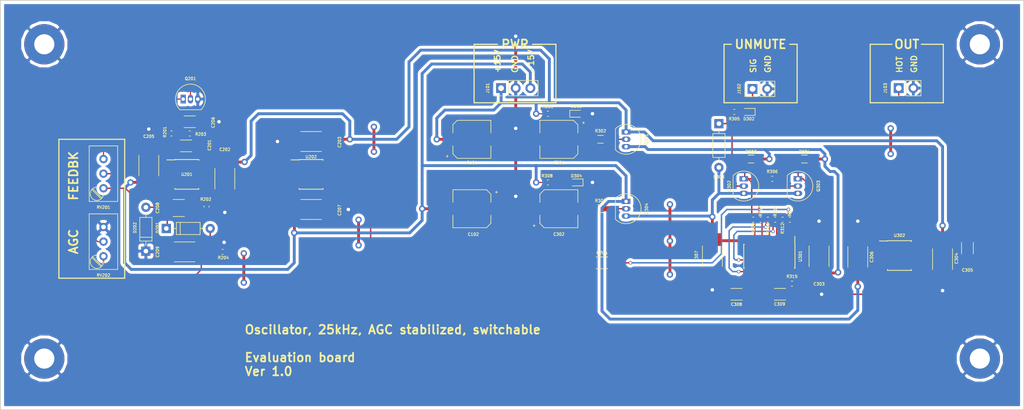
<source format=kicad_pcb>
(kicad_pcb (version 4) (host pcbnew 4.0.6-e0-6349~53~ubuntu14.04.1)
  (title_block (title "Evaluation board: Oscillator, 25kHz, AGC") (date 2017-07-04) (rev 1.0))
  (layers (0 F.Cu signal) (31 B.Cu signal) (34 B.Paste user) (35 F.Paste user) (36 B.SilkS user) (37 F.SilkS user) (38 B.Mask user) (39 F.Mask user) (44 Edge.Cuts user))
  (net 0 "")
  (net 1 /_VCC)
  (net 2 GND)
  (net 3 /_VEE)
  (net 4 "Net-(C201-Pad1)")
  (net 5 "Net-(C201-Pad2)")
  (net 6 "Net-(C204-Pad1)")
  (net 7 /subcirc_switch/SIG_IN)
  (net 8 "Net-(C206-Pad1)")
  (net 9 "Net-(C208-Pad1)")
  (net 10 "Net-(C208-Pad2)")
  (net 11 "Net-(C209-Pad1)")
  (net 12 "Net-(C301-Pad1)")
  (net 13 "Net-(C302-Pad2)")
  (net 14 /subcirc_switch/_VCC_2)
  (net 15 "Net-(C305-Pad1)")
  (net 16 /subcirc_switch/SIG_OUT)
  (net 17 /subcirc_switch/_VEE_2)
  (net 18 "Net-(C308-Pad1)")
  (net 19 "Net-(C309-Pad1)")
  (net 20 "Net-(D302-Pad2)")
  (net 21 /subcirc_switch/UNMUTE)
  (net 22 "Net-(D303-Pad1)")
  (net 23 "Net-(Q201-Pad2)")
  (net 24 "Net-(Q201-Pad1)")
  (net 25 "Net-(Q301-Pad2)")
  (net 26 "Net-(Q302-Pad1)")
  (net 27 "Net-(Q303-Pad2)")
  (net 28 "Net-(Q303-Pad1)")
  (net 29 "Net-(Q304-Pad2)")
  (net 30 "Net-(R309-Pad2)")
  (net 31 "Net-(R310-Pad2)")
  (net 32 "Net-(R311-Pad2)")
  (net 33 "Net-(R312-Pad1)")
  (net 34 "Net-(R312-Pad2)")
  (net 35 "Net-(R313-Pad2)")
  (net 36 "Net-(R314-Pad1)")
  (net 37 "Net-(R314-Pad2)")
  (net 38 "Net-(R315-Pad2)")
  (net 39 "Net-(RV201-Pad2)")
  (net 40 "Net-(U201-Pad1)")
  (net 41 "Net-(U201-Pad5)")
  (net 42 "Net-(U201-Pad8)")
  (net 43 "Net-(U202-Pad1)")
  (net 44 "Net-(U202-Pad5)")
  (net 45 "Net-(U202-Pad8)")
  (net 46 "Net-(U302-Pad1)")
  (net 47 "Net-(U302-Pad5)")
  (net 48 "Net-(U302-Pad8)")
  (module Mounting_Holes:MountingHole_3.5mm_Pad_Via (layer F.Cu) (at 226.06 71.12)
    (fp_text reference MK102 hide)
    (fp_text value ~)
    (pad 1 thru_hole circle (at 0 0) (size 7 7) (drill 3.5) (layers *.Cu *.Mask) (net 2 GND))
  )
  (module Mounting_Holes:MountingHole_3.5mm_Pad_Via (layer F.Cu) (at 226.06 125.73)
    (fp_text reference MK103 hide)
    (fp_text value ~)
    (pad 1 thru_hole circle (at 0 0) (size 7 7) (drill 3.5) (layers *.Cu *.Mask) (net 2 GND))
  )
  (module Mounting_Holes:MountingHole_3.5mm_Pad_Via (layer F.Cu) (at 63.5 125.73)
    (fp_text reference MK104 hide)
    (fp_text value ~)
    (pad 1 thru_hole circle (at 0 0) (size 7 7) (drill 3.5) (layers *.Cu *.Mask) (net 2 GND))
  )
  (module Mounting_Holes:MountingHole_3.5mm_Pad_Via (layer F.Cu) (at 63.5 71.12)
    (fp_text reference MK101 hide)
    (fp_text value ~)
    (pad 1 thru_hole circle (at 0 0) (size 7 7) (drill 3.5) (layers *.Cu *.Mask) (net 2 GND))
  )
  (module Capacitors_SMD:CP_Elec_6.3x7.7 (layer F.Cu) (at 137.795 87.63)
    (fp_text reference C101 (at 0 4.064) (layer F.SilkS) (effects (font (size 0.5 0.5) (thickness 0.1))))
    (fp_text value 100uF/35V)
    (fp_text user + (at -4.28 2.91) (layer F.SilkS) (effects (font (size 0.5 0.5) (thickness 0.1))))
    (pad 1 smd rect (at -2.7 0 180) (size 3.5 1.6) (layers F.Cu F.Paste F.Mask) (net 1 /_VCC))
    (pad 2 smd rect (at 2.7 0 180) (size 3.5 1.6) (layers F.Cu F.Paste F.Mask) (net 2 GND))
  )
  (module Capacitors_SMD:CP_Elec_6.3x7.7 (layer F.Cu) (at 137.795 99.695 180)
    (fp_text reference C102 (at -0.254 -4.445 180) (layer F.SilkS) (effects (font (size 0.5 0.5) (thickness 0.1))))
    (fp_text value 100uF/35V)
    (fp_text user + (at -4.28 2.91 180) (layer F.SilkS) (effects (font (size 0.5 0.5) (thickness 0.1))))
    (pad 1 smd rect (at -2.7 0) (size 3.5 1.6) (layers F.Cu F.Paste F.Mask) (net 2 GND))
    (pad 2 smd rect (at 2.7 0) (size 3.5 1.6) (layers F.Cu F.Paste F.Mask) (net 3 /_VEE))
  )
  (module Capacitors_SMD:C_1206_HandSoldering (layer F.Cu) (at 88.138 88.773 180)
    (fp_text reference C201 (at -4.064 0.127 270) (layer F.SilkS) (effects (font (size 0.5 0.5) (thickness 0.1))))
    (fp_text value 1nF)
    (pad 1 smd rect (at -2 0 180) (size 2 1.6) (layers F.Cu F.Paste F.Mask) (net 4 "Net-(C201-Pad1)"))
    (pad 2 smd rect (at 2 0 180) (size 2 1.6) (layers F.Cu F.Paste F.Mask) (net 5 "Net-(C201-Pad2)"))
  )
  (module Capacitors_SMD:C_1812_HandSoldering (layer F.Cu) (at 94.869 94.488 270)
    (fp_text reference C202 (at -5.08 0 360) (layer F.SilkS) (effects (font (size 0.5 0.5) (thickness 0.1))))
    (fp_text value 100nF)
    (pad 1 smd rect (at -2.9 0 270) (size 2.2 3) (layers F.Cu F.Paste F.Mask) (net 1 /_VCC))
    (pad 2 smd rect (at 2.9 0 270) (size 2.2 3) (layers F.Cu F.Paste F.Mask) (net 2 GND))
  )
  (module Capacitors_SMD:C_1812_HandSoldering (layer F.Cu) (at 109.855 88.011 180)
    (fp_text reference C203 (at -4.953 -0.127 270) (layer F.SilkS) (effects (font (size 0.5 0.5) (thickness 0.1))))
    (fp_text value 100nF)
    (pad 1 smd rect (at -2.9 0 180) (size 2.2 3) (layers F.Cu F.Paste F.Mask) (net 1 /_VCC))
    (pad 2 smd rect (at 2.9 0 180) (size 2.2 3) (layers F.Cu F.Paste F.Mask) (net 2 GND))
  )
  (module Capacitors_SMD:C_1206_HandSoldering (layer F.Cu) (at 160.401 109.093)
    (fp_text reference C204 (at 0 -1.75) (layer F.SilkS) (effects (font (size 0.5 0.5) (thickness 0.1))))
    (fp_text value 4.7uF)
    (pad 1 smd rect (at -2 0) (size 2 1.6) (layers F.Cu F.Paste F.Mask) (net 6 "Net-(C204-Pad1)"))
    (pad 2 smd rect (at 2 0) (size 2 1.6) (layers F.Cu F.Paste F.Mask) (net 7 /subcirc_switch/SIG_IN))
  )
  (module Capacitors_SMD:C_1812_HandSoldering (layer F.Cu) (at 81.661 92.202 90)
    (fp_text reference C205 (at 5.08 0 180) (layer F.SilkS) (effects (font (size 0.5 0.5) (thickness 0.1))))
    (fp_text value 100nF)
    (pad 1 smd rect (at -2.9 0 90) (size 2.2 3) (layers F.Cu F.Paste F.Mask) (net 3 /_VEE))
    (pad 2 smd rect (at 2.9 0 90) (size 2.2 3) (layers F.Cu F.Paste F.Mask) (net 2 GND))
  )
  (module Capacitors_SMD:C_1206_HandSoldering (layer F.Cu) (at 88.773 84.582)
    (fp_text reference C206 (at 4.064 0.127 90) (layer F.SilkS) (effects (font (size 0.5 0.5) (thickness 0.1))))
    (fp_text value 1nF)
    (pad 1 smd rect (at -2 0) (size 2 1.6) (layers F.Cu F.Paste F.Mask) (net 8 "Net-(C206-Pad1)"))
    (pad 2 smd rect (at 2 0) (size 2 1.6) (layers F.Cu F.Paste F.Mask) (net 2 GND))
  )
  (module Capacitors_SMD:C_1812_HandSoldering (layer F.Cu) (at 109.855 99.822)
    (fp_text reference C207 (at 4.953 0.127 90) (layer F.SilkS) (effects (font (size 0.5 0.5) (thickness 0.1))))
    (fp_text value 100nF)
    (pad 1 smd rect (at -2.9 0) (size 2.2 3) (layers F.Cu F.Paste F.Mask) (net 3 /_VEE))
    (pad 2 smd rect (at 2.9 0) (size 2.2 3) (layers F.Cu F.Paste F.Mask) (net 2 GND))
  )
  (module Capacitors_SMD:C_1210_HandSoldering (layer F.Cu) (at 86.868 99.568 180)
    (fp_text reference C208 (at 3.683 0 270) (layer F.SilkS) (effects (font (size 0.5 0.5) (thickness 0.1))))
    (fp_text value 1u)
    (pad 1 smd rect (at -2 0 180) (size 2 2.5) (layers F.Cu F.Paste F.Mask) (net 9 "Net-(C208-Pad1)"))
    (pad 2 smd rect (at 2 0 180) (size 2 2.5) (layers F.Cu F.Paste F.Mask) (net 10 "Net-(C208-Pad2)"))
  )
  (module Capacitors_SMD:C_1812_HandSoldering (layer F.Cu) (at 87.884 107.188 180)
    (fp_text reference C209 (at 4.699 0 450) (layer F.SilkS) (effects (font (size 0.5 0.5) (thickness 0.1))))
    (fp_text value 0.47u)
    (pad 1 smd rect (at -2.9 0 180) (size 2.2 3) (layers F.Cu F.Paste F.Mask) (net 11 "Net-(C209-Pad1)"))
    (pad 2 smd rect (at 2.9 0 180) (size 2.2 3) (layers F.Cu F.Paste F.Mask) (net 2 GND))
  )
  (module Capacitors_SMD:CP_Elec_6.3x7.7 (layer F.Cu) (at 152.908 87.63 180)
    (fp_text reference C301 (at 0 -4.064 180) (layer F.SilkS) (effects (font (size 0.5 0.5) (thickness 0.1))))
    (fp_text value 100uF/35V)
    (fp_text user + (at -4.28 2.91 180) (layer F.SilkS) (effects (font (size 0.5 0.5) (thickness 0.1))))
    (pad 1 smd rect (at -2.7 0) (size 3.5 1.6) (layers F.Cu F.Paste F.Mask) (net 12 "Net-(C301-Pad1)"))
    (pad 2 smd rect (at 2.7 0) (size 3.5 1.6) (layers F.Cu F.Paste F.Mask) (net 2 GND))
  )
  (module Capacitors_SMD:CP_Elec_6.3x7.7 (layer F.Cu) (at 152.908 99.695)
    (fp_text reference C302 (at 0 4.43) (layer F.SilkS) (effects (font (size 0.5 0.5) (thickness 0.1))))
    (fp_text value 100uF/35V)
    (fp_text user + (at -4.28 2.91) (layer F.SilkS) (effects (font (size 0.5 0.5) (thickness 0.1))))
    (pad 1 smd rect (at -2.7 0 180) (size 3.5 1.6) (layers F.Cu F.Paste F.Mask) (net 2 GND))
    (pad 2 smd rect (at 2.7 0 180) (size 3.5 1.6) (layers F.Cu F.Paste F.Mask) (net 13 "Net-(C302-Pad2)"))
  )
  (module Capacitors_SMD:C_1812_HandSoldering (layer F.Cu) (at 198.12 107.95 270)
    (fp_text reference C303 (at 4.826 0 360) (layer F.SilkS) (effects (font (size 0.5 0.5) (thickness 0.1))))
    (fp_text value 100nF)
    (pad 1 smd rect (at -2.9 0 270) (size 2.2 3) (layers F.Cu F.Paste F.Mask) (net 2 GND))
    (pad 2 smd rect (at 2.9 0 270) (size 2.2 3) (layers F.Cu F.Paste F.Mask) (net 14 /subcirc_switch/_VCC_2))
  )
  (module Capacitors_SMD:C_1812_HandSoldering (layer F.Cu) (at 219.583 108.458 270)
    (fp_text reference C304 (at -0.127 -2.413 270) (layer F.SilkS) (effects (font (size 0.5 0.5) (thickness 0.1))))
    (fp_text value 100nF)
    (pad 1 smd rect (at -2.9 0 270) (size 2.2 3) (layers F.Cu F.Paste F.Mask) (net 1 /_VCC))
    (pad 2 smd rect (at 2.9 0 270) (size 2.2 3) (layers F.Cu F.Paste F.Mask) (net 2 GND))
  )
  (module Capacitors_SMD:C_1206_HandSoldering (layer F.Cu) (at 223.901 106.553 90)
    (fp_text reference C305 (at -3.81 0 180) (layer F.SilkS) (effects (font (size 0.5 0.5) (thickness 0.1))))
    (fp_text value 4.7uF)
    (pad 1 smd rect (at -2 0 90) (size 2 1.6) (layers F.Cu F.Paste F.Mask) (net 15 "Net-(C305-Pad1)"))
    (pad 2 smd rect (at 2 0 90) (size 2 1.6) (layers F.Cu F.Paste F.Mask) (net 16 /subcirc_switch/SIG_OUT))
  )
  (module Capacitors_SMD:C_1812_HandSoldering (layer F.Cu) (at 204.851 108.077 90)
    (fp_text reference C306 (at 0 2.413 90) (layer F.SilkS) (effects (font (size 0.5 0.5) (thickness 0.1))))
    (fp_text value 100nF)
    (pad 1 smd rect (at -2.9 0 90) (size 2.2 3) (layers F.Cu F.Paste F.Mask) (net 3 /_VEE))
    (pad 2 smd rect (at 2.9 0 90) (size 2.2 3) (layers F.Cu F.Paste F.Mask) (net 2 GND))
  )
  (module Capacitors_SMD:C_1812_HandSoldering (layer F.Cu) (at 179.578 107.95 90)
    (fp_text reference C307 (at 0 -2.75 90) (layer F.SilkS) (effects (font (size 0.5 0.5) (thickness 0.1))))
    (fp_text value 100nF)
    (pad 1 smd rect (at -2.9 0 90) (size 2.2 3) (layers F.Cu F.Paste F.Mask) (net 2 GND))
    (pad 2 smd rect (at 2.9 0 90) (size 2.2 3) (layers F.Cu F.Paste F.Mask) (net 17 /subcirc_switch/_VEE_2))
  )
  (module Capacitors_SMD:C_1206_HandSoldering (layer F.Cu) (at 183.769 114.554 180)
    (fp_text reference C308 (at 0 -1.75 180) (layer F.SilkS) (effects (font (size 0.5 0.5) (thickness 0.1))))
    (fp_text value 4.7uF)
    (pad 1 smd rect (at -2 0 180) (size 2 1.6) (layers F.Cu F.Paste F.Mask) (net 18 "Net-(C308-Pad1)"))
    (pad 2 smd rect (at 2 0 180) (size 2 1.6) (layers F.Cu F.Paste F.Mask) (net 2 GND))
  )
  (module Capacitors_SMD:C_1206_HandSoldering (layer F.Cu) (at 191.3255 114.554)
    (fp_text reference C309 (at -0.0635 1.7145) (layer F.SilkS) (effects (font (size 0.5 0.5) (thickness 0.1))))
    (fp_text value 4.7uF)
    (pad 1 smd rect (at -2 0) (size 2 1.6) (layers F.Cu F.Paste F.Mask) (net 19 "Net-(C309-Pad1)"))
    (pad 2 smd rect (at 2 0) (size 2 1.6) (layers F.Cu F.Paste F.Mask) (net 2 GND))
  )
  (module Diodes_THT:D_DO-35_SOD27_P7.62mm_Horizontal (layer F.Cu) (at 84.709 103.124)
    (fp_text reference D201 (at -1.524 -0.127 90) (layer F.SilkS) (effects (font (size 0.5 0.5) (thickness 0.1))))
    (fp_text value 1N4148)
    (pad 1 thru_hole rect (at 0 0) (size 1.6 1.6) (drill 0.8) (layers *.Cu *.Mask) (net 10 "Net-(C208-Pad2)"))
    (pad 2 thru_hole oval (at 7.62 0) (size 1.6 1.6) (drill 0.8) (layers *.Cu *.Mask) (net 11 "Net-(C209-Pad1)"))
  )
  (module Diodes_THT:D_DO-35_SOD27_P7.62mm_Horizontal (layer F.Cu) (at 81.153 107.061 90)
    (fp_text reference D202 (at 4.064 -1.905 90) (layer F.SilkS) (effects (font (size 0.5 0.5) (thickness 0.1))))
    (fp_text value 1N4148)
    (pad 1 thru_hole rect (at 0 0 90) (size 1.6 1.6) (drill 0.8) (layers *.Cu *.Mask) (net 2 GND))
    (pad 2 thru_hole oval (at 7.62 0 90) (size 1.6 1.6) (drill 0.8) (layers *.Cu *.Mask) (net 10 "Net-(C208-Pad2)"))
  )
  (module Diodes_SMD:D_SOD-523 (layer F.Cu) (at 155.956 83.185)
    (fp_text reference D301 (at 0 -1.3) (layer F.SilkS) (effects (font (size 0.5 0.5) (thickness 0.1))))
    (fp_text value 5.6V)
    (pad 2 smd rect (at 0.7 0 180) (size 0.6 0.7) (layers F.Cu F.Paste F.Mask) (net 2 GND))
    (pad 1 smd rect (at -0.7 0 180) (size 0.6 0.7) (layers F.Cu F.Paste F.Mask) (net 12 "Net-(C301-Pad1)"))
  )
  (module Diodes_SMD:D_SOD-523 (layer F.Cu) (at 185.8645 82.8675 180)
    (fp_text reference D302 (at -0.0635 -1.2065 360) (layer F.SilkS) (effects (font (size 0.5 0.5) (thickness 0.1))))
    (fp_text value 5.6V)
    (pad 2 smd rect (at 0.7 0) (size 0.6 0.7) (layers F.Cu F.Paste F.Mask) (net 20 "Net-(D302-Pad2)"))
    (pad 1 smd rect (at -0.7 0) (size 0.6 0.7) (layers F.Cu F.Paste F.Mask) (net 21 /subcirc_switch/UNMUTE))
  )
  (module Diodes_THT:D_DO-35_SOD27_P7.62mm_Horizontal (layer F.Cu) (at 180.721 84.8995 270)
    (fp_text reference D303 (at 9.271 0 360) (layer F.SilkS) (effects (font (size 0.5 0.5) (thickness 0.1))))
    (fp_text value 1N4148)
    (pad 1 thru_hole rect (at 0 0 270) (size 1.6 1.6) (drill 0.8) (layers *.Cu *.Mask) (net 22 "Net-(D303-Pad1)"))
    (pad 2 thru_hole oval (at 7.62 0 270) (size 1.6 1.6) (drill 0.8) (layers *.Cu *.Mask) (net 17 /subcirc_switch/_VEE_2))
  )
  (module Diodes_SMD:D_SOD-523 (layer F.Cu) (at 155.956 95.123 180)
    (fp_text reference D304 (at 0 1.143 180) (layer F.SilkS) (effects (font (size 0.5 0.5) (thickness 0.1))))
    (fp_text value 5.6V)
    (pad 2 smd rect (at 0.7 0) (size 0.6 0.7) (layers F.Cu F.Paste F.Mask) (net 13 "Net-(C302-Pad2)"))
    (pad 1 smd rect (at -0.7 0) (size 0.6 0.7) (layers F.Cu F.Paste F.Mask) (net 2 GND))
  )
  (module Pin_Headers:Pin_Header_Straight_1x03_Pitch2.54mm (layer F.Cu) (at 142.875 78.74 90)
    (fp_text reference J101 (at 0 -2.33 90) (layer F.SilkS) (effects (font (size 0.5 0.5) (thickness 0.1))))
    (fp_text value PWR)
    (pad 1 thru_hole rect (at 0 0 90) (size 1.7 1.7) (drill 1) (layers *.Cu *.Mask) (net 1 /_VCC))
    (pad 2 thru_hole oval (at 0 2.54 90) (size 1.7 1.7) (drill 1) (layers *.Cu *.Mask) (net 2 GND))
    (pad 3 thru_hole oval (at 0 5.08 90) (size 1.7 1.7) (drill 1) (layers *.Cu *.Mask) (net 3 /_VEE))
  )
  (module Pin_Headers:Pin_Header_Straight_1x02_Pitch2.54mm (layer F.Cu) (at 186.563 78.867 90)
    (fp_text reference J102 (at 0 -2.33 90) (layer F.SilkS) (effects (font (size 0.5 0.5) (thickness 0.1))))
    (fp_text value UNMUTE)
    (pad 1 thru_hole rect (at 0 0 90) (size 1.7 1.7) (drill 1) (layers *.Cu *.Mask) (net 21 /subcirc_switch/UNMUTE))
    (pad 2 thru_hole oval (at 0 2.54 90) (size 1.7 1.7) (drill 1) (layers *.Cu *.Mask) (net 2 GND))
  )
  (module Pin_Headers:Pin_Header_Straight_1x02_Pitch2.54mm (layer F.Cu) (at 211.963 78.74 90)
    (fp_text reference J103 (at 0 -2.33 90) (layer F.SilkS) (effects (font (size 0.5 0.5) (thickness 0.1))))
    (fp_text value SIG_OUT)
    (pad 1 thru_hole rect (at 0 0 90) (size 1.7 1.7) (drill 1) (layers *.Cu *.Mask) (net 16 /subcirc_switch/SIG_OUT))
    (pad 2 thru_hole oval (at 0 2.54 90) (size 1.7 1.7) (drill 1) (layers *.Cu *.Mask) (net 2 GND))
  )
  (module TO_SOT_Packages_THT:TO-92_Inline_Narrow_Oval (layer F.Cu) (at 87.63 80.645)
    (fp_text reference Q201 (at 1.27 -3.56) (layer F.SilkS) (effects (font (size 0.5 0.5) (thickness 0.1))))
    (fp_text value 2N3819)
    (pad 2 thru_hole oval (at 1.27 0 180) (size 0.9 1.5) (drill 0.6) (layers *.Cu *.Mask) (net 23 "Net-(Q201-Pad2)"))
    (pad 3 thru_hole oval (at 2.54 0 180) (size 0.9 1.5) (drill 0.6) (layers *.Cu *.Mask) (net 2 GND))
    (pad 1 thru_hole rect (at 0 0 180) (size 0.9 1.5) (drill 0.6) (layers *.Cu *.Mask) (net 24 "Net-(Q201-Pad1)"))
  )
  (module TO_SOT_Packages_THT:TO-92_Inline_Narrow_Oval (layer F.Cu) (at 164.592 86.36 270)
    (fp_text reference Q301 (at 1.27 -3.56 270) (layer F.SilkS) (effects (font (size 0.5 0.5) (thickness 0.1))))
    (fp_text value BC546)
    (pad 2 thru_hole oval (at 1.27 0 90) (size 0.9 1.5) (drill 0.6) (layers *.Cu *.Mask) (net 25 "Net-(Q301-Pad2)"))
    (pad 3 thru_hole oval (at 2.54 0 90) (size 0.9 1.5) (drill 0.6) (layers *.Cu *.Mask) (net 14 /subcirc_switch/_VCC_2))
    (pad 1 thru_hole rect (at 0 0 90) (size 0.9 1.5) (drill 0.6) (layers *.Cu *.Mask) (net 1 /_VCC))
  )
  (module TO_SOT_Packages_THT:TO-92_Inline_Narrow_Oval (layer F.Cu) (at 185.039 94.488 270)
    (fp_text reference Q302 (at 1.27 2.54 270) (layer F.SilkS) (effects (font (size 0.5 0.5) (thickness 0.1))))
    (fp_text value BC546)
    (pad 2 thru_hole oval (at 1.27 0 90) (size 0.9 1.5) (drill 0.6) (layers *.Cu *.Mask) (net 22 "Net-(D303-Pad1)"))
    (pad 3 thru_hole oval (at 2.54 0 90) (size 0.9 1.5) (drill 0.6) (layers *.Cu *.Mask) (net 17 /subcirc_switch/_VEE_2))
    (pad 1 thru_hole rect (at 0 0 90) (size 0.9 1.5) (drill 0.6) (layers *.Cu *.Mask) (net 26 "Net-(Q302-Pad1)"))
  )
  (module TO_SOT_Packages_THT:TO-92_Inline_Narrow_Oval (layer F.Cu) (at 194.437 94.488 270)
    (fp_text reference Q303 (at 1.27 -3.56 270) (layer F.SilkS) (effects (font (size 0.5 0.5) (thickness 0.1))))
    (fp_text value BC546)
    (pad 2 thru_hole oval (at 1.27 0 90) (size 0.9 1.5) (drill 0.6) (layers *.Cu *.Mask) (net 27 "Net-(Q303-Pad2)"))
    (pad 3 thru_hole oval (at 2.54 0 90) (size 0.9 1.5) (drill 0.6) (layers *.Cu *.Mask) (net 17 /subcirc_switch/_VEE_2))
    (pad 1 thru_hole rect (at 0 0 90) (size 0.9 1.5) (drill 0.6) (layers *.Cu *.Mask) (net 28 "Net-(Q303-Pad1)"))
  )
  (module TO_SOT_Packages_THT:TO-92_Inline_Narrow_Oval (layer F.Cu) (at 164.592 98.425 270)
    (fp_text reference Q304 (at 1.27 -3.56 270) (layer F.SilkS) (effects (font (size 0.5 0.5) (thickness 0.1))))
    (fp_text value BC556)
    (pad 2 thru_hole oval (at 1.27 0 90) (size 0.9 1.5) (drill 0.6) (layers *.Cu *.Mask) (net 29 "Net-(Q304-Pad2)"))
    (pad 3 thru_hole oval (at 2.54 0 90) (size 0.9 1.5) (drill 0.6) (layers *.Cu *.Mask) (net 17 /subcirc_switch/_VEE_2))
    (pad 1 thru_hole rect (at 0 0 90) (size 0.9 1.5) (drill 0.6) (layers *.Cu *.Mask) (net 3 /_VEE))
  )
  (module Resistors_SMD:R_0201 (layer F.Cu) (at 85.598 86.614)
    (fp_text reference R201 (at -1.143 -0.254 90) (layer F.SilkS) (effects (font (size 0.5 0.5) (thickness 0.1))))
    (fp_text value 6.34k)
    (pad 1 smd rect (at -0.26 0) (size 0.28 0.43) (layers F.Cu F.Paste F.Mask) (net 5 "Net-(C201-Pad2)"))
    (pad 2 smd rect (at 0.26 0) (size 0.28 0.43) (layers F.Cu F.Paste F.Mask) (net 8 "Net-(C206-Pad1)"))
  )
  (module Resistors_SMD:R_0201 (layer F.Cu) (at 91.694 99.314 270)
    (fp_text reference R202 (at -1.27 0.127 360) (layer F.SilkS) (effects (font (size 0.5 0.5) (thickness 0.1))))
    (fp_text value 4.7k)
    (pad 1 smd rect (at -0.26 0 270) (size 0.28 0.43) (layers F.Cu F.Paste F.Mask) (net 4 "Net-(C201-Pad1)"))
    (pad 2 smd rect (at 0.26 0 270) (size 0.28 0.43) (layers F.Cu F.Paste F.Mask) (net 9 "Net-(C208-Pad1)"))
  )
  (module Resistors_SMD:R_0201 (layer F.Cu) (at 88.773 86.614)
    (fp_text reference R203 (at 1.905 0.127) (layer F.SilkS) (effects (font (size 0.5 0.5) (thickness 0.1))))
    (fp_text value 6.34k)
    (pad 1 smd rect (at -0.26 0) (size 0.28 0.43) (layers F.Cu F.Paste F.Mask) (net 8 "Net-(C206-Pad1)"))
    (pad 2 smd rect (at 0.26 0) (size 0.28 0.43) (layers F.Cu F.Paste F.Mask) (net 2 GND))
  )
  (module Resistors_SMD:R_0201 (layer F.Cu) (at 94.488 107.188 180)
    (fp_text reference R204 (at -0.127 -1.016 180) (layer F.SilkS) (effects (font (size 0.5 0.5) (thickness 0.1))))
    (fp_text value 4.7k)
    (pad 1 smd rect (at -0.26 0 180) (size 0.28 0.43) (layers F.Cu F.Paste F.Mask) (net 2 GND))
    (pad 2 smd rect (at 0.26 0 180) (size 0.28 0.43) (layers F.Cu F.Paste F.Mask) (net 11 "Net-(C209-Pad1)"))
  )
  (module Resistors_SMD:R_0201 (layer F.Cu) (at 151.003 83.185)
    (fp_text reference R301 (at 0 -1.25) (layer F.SilkS) (effects (font (size 0.5 0.5) (thickness 0.1))))
    (fp_text value 4.7k)
    (pad 1 smd rect (at -0.26 0) (size 0.28 0.43) (layers F.Cu F.Paste F.Mask) (net 1 /_VCC))
    (pad 2 smd rect (at 0.26 0) (size 0.28 0.43) (layers F.Cu F.Paste F.Mask) (net 12 "Net-(C301-Pad1)"))
  )
  (module Resistors_SMD:R_0603_HandSoldering (layer F.Cu) (at 160.147 87.63)
    (fp_text reference R302 (at 0 -1.45) (layer F.SilkS) (effects (font (size 0.5 0.5) (thickness 0.1))))
    (fp_text value 10k)
    (pad 1 smd rect (at -1.1 0) (size 1.2 0.9) (layers F.Cu F.Paste F.Mask) (net 12 "Net-(C301-Pad1)"))
    (pad 2 smd rect (at 1.1 0) (size 1.2 0.9) (layers F.Cu F.Paste F.Mask) (net 25 "Net-(Q301-Pad2)"))
  )
  (module Resistors_SMD:R_0603_HandSoldering (layer F.Cu) (at 186.309 91.059 180)
    (fp_text reference R303 (at 0 1.27 180) (layer F.SilkS) (effects (font (size 0.5 0.5) (thickness 0.1))))
    (fp_text value 10k)
    (pad 1 smd rect (at -1.1 0 180) (size 1.2 0.9) (layers F.Cu F.Paste F.Mask) (net 14 /subcirc_switch/_VCC_2))
    (pad 2 smd rect (at 1.1 0 180) (size 1.2 0.9) (layers F.Cu F.Paste F.Mask) (net 26 "Net-(Q302-Pad1)"))
  )
  (module Resistors_SMD:R_0603_HandSoldering (layer F.Cu) (at 195.58 91.059 180)
    (fp_text reference R304 (at 0 1.27 180) (layer F.SilkS) (effects (font (size 0.5 0.5) (thickness 0.1))))
    (fp_text value 10k)
    (pad 1 smd rect (at -1.1 0 180) (size 1.2 0.9) (layers F.Cu F.Paste F.Mask) (net 14 /subcirc_switch/_VCC_2))
    (pad 2 smd rect (at 1.1 0 180) (size 1.2 0.9) (layers F.Cu F.Paste F.Mask) (net 28 "Net-(Q303-Pad1)"))
  )
  (module Resistors_SMD:R_0201 (layer F.Cu) (at 183.388 82.8675 180)
    (fp_text reference R305 (at 0 -1.2065 180) (layer F.SilkS) (effects (font (size 0.5 0.5) (thickness 0.1))))
    (fp_text value 100k)
    (pad 1 smd rect (at -0.26 0 180) (size 0.28 0.43) (layers F.Cu F.Paste F.Mask) (net 20 "Net-(D302-Pad2)"))
    (pad 2 smd rect (at 0.26 0 180) (size 0.28 0.43) (layers F.Cu F.Paste F.Mask) (net 22 "Net-(D303-Pad1)"))
  )
  (module Resistors_SMD:R_0201 (layer F.Cu) (at 189.992 94.488)
    (fp_text reference R306 (at 0 -1.25) (layer F.SilkS) (effects (font (size 0.5 0.5) (thickness 0.1))))
    (fp_text value 100k)
    (pad 1 smd rect (at -0.26 0) (size 0.28 0.43) (layers F.Cu F.Paste F.Mask) (net 26 "Net-(Q302-Pad1)"))
    (pad 2 smd rect (at 0.26 0) (size 0.28 0.43) (layers F.Cu F.Paste F.Mask) (net 27 "Net-(Q303-Pad2)"))
  )
  (module Resistors_SMD:R_0603_HandSoldering (layer F.Cu) (at 160.147 99.695)
    (fp_text reference R307 (at 0 -1.397) (layer F.SilkS) (effects (font (size 0.5 0.5) (thickness 0.1))))
    (fp_text value 10k)
    (pad 1 smd rect (at -1.1 0) (size 1.2 0.9) (layers F.Cu F.Paste F.Mask) (net 13 "Net-(C302-Pad2)"))
    (pad 2 smd rect (at 1.1 0) (size 1.2 0.9) (layers F.Cu F.Paste F.Mask) (net 29 "Net-(Q304-Pad2)"))
  )
  (module Resistors_SMD:R_0201 (layer F.Cu) (at 151.003 95.123 180)
    (fp_text reference R308 (at 0.127 1.143 180) (layer F.SilkS) (effects (font (size 0.5 0.5) (thickness 0.1))))
    (fp_text value 4.7k)
    (pad 1 smd rect (at -0.26 0 180) (size 0.28 0.43) (layers F.Cu F.Paste F.Mask) (net 13 "Net-(C302-Pad2)"))
    (pad 2 smd rect (at 0.26 0 180) (size 0.28 0.43) (layers F.Cu F.Paste F.Mask) (net 3 /_VEE))
  )
  (module Resistors_SMD:R_0201 (layer F.Cu) (at 186.69 101.6)
    (fp_text reference R309 (at 0 1.524 90) (layer F.SilkS) (effects (font (size 0.5 0.5) (thickness 0.1))))
    (fp_text value 100k)
    (pad 1 smd rect (at -0.26 0) (size 0.28 0.43) (layers F.Cu F.Paste F.Mask) (net 26 "Net-(Q302-Pad1)"))
    (pad 2 smd rect (at 0.26 0) (size 0.28 0.43) (layers F.Cu F.Paste F.Mask) (net 30 "Net-(R309-Pad2)"))
  )
  (module Resistors_SMD:R_0201 (layer F.Cu) (at 187.96 101.6)
    (fp_text reference R310 (at 0 -1.524 90) (layer F.SilkS) (effects (font (size 0.5 0.5) (thickness 0.1))))
    (fp_text value 100k)
    (pad 1 smd rect (at -0.26 0) (size 0.28 0.43) (layers F.Cu F.Paste F.Mask) (net 28 "Net-(Q303-Pad1)"))
    (pad 2 smd rect (at 0.26 0) (size 0.28 0.43) (layers F.Cu F.Paste F.Mask) (net 31 "Net-(R310-Pad2)"))
  )
  (module Resistors_SMD:R_0201 (layer F.Cu) (at 193.04 101.6)
    (fp_text reference R311 (at 0 -1.524 90) (layer F.SilkS) (effects (font (size 0.5 0.5) (thickness 0.1))))
    (fp_text value 1k)
    (pad 1 smd rect (at -0.26 0) (size 0.28 0.43) (layers F.Cu F.Paste F.Mask) (net 7 /subcirc_switch/SIG_IN))
    (pad 2 smd rect (at 0.26 0) (size 0.28 0.43) (layers F.Cu F.Paste F.Mask) (net 32 "Net-(R311-Pad2)"))
  )
  (module Resistors_SMD:R_0201 (layer F.Cu) (at 191.77 101.6 180)
    (fp_text reference R312 (at 0 -1.524 270) (layer F.SilkS) (effects (font (size 0.5 0.5) (thickness 0.1))))
    (fp_text value 1k)
    (pad 1 smd rect (at -0.26 0 180) (size 0.28 0.43) (layers F.Cu F.Paste F.Mask) (net 33 "Net-(R312-Pad1)"))
    (pad 2 smd rect (at 0.26 0 180) (size 0.28 0.43) (layers F.Cu F.Paste F.Mask) (net 34 "Net-(R312-Pad2)"))
  )
  (module Resistors_SMD:R_0201 (layer F.Cu) (at 189.23 101.6)
    (fp_text reference R313 (at 0 1.524 90) (layer F.SilkS) (effects (font (size 0.5 0.5) (thickness 0.1))))
    (fp_text value 1k)
    (pad 1 smd rect (at -0.26 0) (size 0.28 0.43) (layers F.Cu F.Paste F.Mask) (net 34 "Net-(R312-Pad2)"))
    (pad 2 smd rect (at 0.26 0) (size 0.28 0.43) (layers F.Cu F.Paste F.Mask) (net 35 "Net-(R313-Pad2)"))
  )
  (module Resistors_SMD:R_0201 (layer F.Cu) (at 190.5 101.6 180)
    (fp_text reference R314 (at 0 1.524 270) (layer F.SilkS) (effects (font (size 0.5 0.5) (thickness 0.1))))
    (fp_text value 1k)
    (pad 1 smd rect (at -0.26 0 180) (size 0.28 0.43) (layers F.Cu F.Paste F.Mask) (net 36 "Net-(R314-Pad1)"))
    (pad 2 smd rect (at 0.26 0 180) (size 0.28 0.43) (layers F.Cu F.Paste F.Mask) (net 37 "Net-(R314-Pad2)"))
  )
  (module Resistors_SMD:R_0201 (layer F.Cu) (at 193.421 112.7125)
    (fp_text reference R315 (at 0 -1.25) (layer F.SilkS) (effects (font (size 0.5 0.5) (thickness 0.1))))
    (fp_text value 1k)
    (pad 1 smd rect (at -0.26 0) (size 0.28 0.43) (layers F.Cu F.Paste F.Mask) (net 37 "Net-(R314-Pad2)"))
    (pad 2 smd rect (at 0.26 0) (size 0.28 0.43) (layers F.Cu F.Paste F.Mask) (net 38 "Net-(R315-Pad2)"))
  )
  (module Potentiometers:Potentiometer_Trimmer_Bourns_3296W (layer F.Cu) (at 73.787 96.139 270)
    (fp_text reference RV201 (at 3.302 0 360) (layer F.SilkS) (effects (font (size 0.5 0.5) (thickness 0.1))))
    (fp_text value 22k)
    (pad 1 thru_hole circle (at 0 0 270) (size 1.44 1.44) (drill 0.8) (layers *.Cu *.Mask) (net 4 "Net-(C201-Pad1)"))
    (pad 2 thru_hole circle (at -2.54 0 270) (size 1.44 1.44) (drill 0.8) (layers *.Cu *.Mask) (net 39 "Net-(RV201-Pad2)"))
    (pad 3 thru_hole circle (at -5.08 0 270) (size 1.44 1.44) (drill 0.8) (layers *.Cu *.Mask) (net 24 "Net-(Q201-Pad1)"))
  )
  (module Potentiometers:Potentiometer_Trimmer_Bourns_3296W (layer F.Cu) (at 73.787 107.95 270)
    (fp_text reference RV202 (at 3.302 0 360) (layer F.SilkS) (effects (font (size 0.5 0.5) (thickness 0.1))))
    (fp_text value 22k)
    (pad 1 thru_hole circle (at 0 0 270) (size 1.44 1.44) (drill 0.8) (layers *.Cu *.Mask) (net 11 "Net-(C209-Pad1)"))
    (pad 2 thru_hole circle (at -2.54 0 270) (size 1.44 1.44) (drill 0.8) (layers *.Cu *.Mask) (net 23 "Net-(Q201-Pad2)"))
    (pad 3 thru_hole circle (at -5.08 0 270) (size 1.44 1.44) (drill 0.8) (layers *.Cu *.Mask) (net 2 GND))
  )
  (module Housings_SOIC:SOIC-8_3.9x4.9mm_Pitch1.27mm (layer F.Cu) (at 88.265 93.726)
    (fp_text reference U201 (at 0 0) (layer F.SilkS) (effects (font (size 0.5 0.5) (thickness 0.1))))
    (fp_text value TL061)
    (pad 1 smd rect (at -2.7 -1.905) (size 1.55 0.6) (layers F.Cu F.Paste F.Mask) (net 40 "Net-(U201-Pad1)"))
    (pad 2 smd rect (at -2.7 -0.635) (size 1.55 0.6) (layers F.Cu F.Paste F.Mask) (net 39 "Net-(RV201-Pad2)"))
    (pad 3 smd rect (at -2.7 0.635) (size 1.55 0.6) (layers F.Cu F.Paste F.Mask) (net 8 "Net-(C206-Pad1)"))
    (pad 4 smd rect (at -2.7 1.905) (size 1.55 0.6) (layers F.Cu F.Paste F.Mask) (net 3 /_VEE))
    (pad 5 smd rect (at 2.7 1.905) (size 1.55 0.6) (layers F.Cu F.Paste F.Mask) (net 41 "Net-(U201-Pad5)"))
    (pad 6 smd rect (at 2.7 0.635) (size 1.55 0.6) (layers F.Cu F.Paste F.Mask) (net 4 "Net-(C201-Pad1)"))
    (pad 7 smd rect (at 2.7 -0.635) (size 1.55 0.6) (layers F.Cu F.Paste F.Mask) (net 1 /_VCC))
    (pad 8 smd rect (at 2.7 -1.905) (size 1.55 0.6) (layers F.Cu F.Paste F.Mask) (net 42 "Net-(U201-Pad8)"))
  )
  (module Housings_SOIC:SOIC-8_3.9x4.9mm_Pitch1.27mm (layer F.Cu) (at 109.855 93.726)
    (fp_text reference U202 (at 0 -3.048) (layer F.SilkS) (effects (font (size 0.5 0.5) (thickness 0.1))))
    (fp_text value TL061)
    (pad 1 smd rect (at -2.7 -1.905) (size 1.55 0.6) (layers F.Cu F.Paste F.Mask) (net 43 "Net-(U202-Pad1)"))
    (pad 2 smd rect (at -2.7 -0.635) (size 1.55 0.6) (layers F.Cu F.Paste F.Mask) (net 6 "Net-(C204-Pad1)"))
    (pad 3 smd rect (at -2.7 0.635) (size 1.55 0.6) (layers F.Cu F.Paste F.Mask) (net 4 "Net-(C201-Pad1)"))
    (pad 4 smd rect (at -2.7 1.905) (size 1.55 0.6) (layers F.Cu F.Paste F.Mask) (net 3 /_VEE))
    (pad 5 smd rect (at 2.7 1.905) (size 1.55 0.6) (layers F.Cu F.Paste F.Mask) (net 44 "Net-(U202-Pad5)"))
    (pad 6 smd rect (at 2.7 0.635) (size 1.55 0.6) (layers F.Cu F.Paste F.Mask) (net 6 "Net-(C204-Pad1)"))
    (pad 7 smd rect (at 2.7 -0.635) (size 1.55 0.6) (layers F.Cu F.Paste F.Mask) (net 1 /_VCC))
    (pad 8 smd rect (at 2.7 -1.905) (size 1.55 0.6) (layers F.Cu F.Paste F.Mask) (net 45 "Net-(U202-Pad8)"))
  )
  (module Housings_SOIC:SOIC-14_3.9x8.7mm_Pitch1.27mm (layer F.Cu) (at 189.484 107.95 270)
    (fp_text reference U301 (at 0 -5.375 270) (layer F.SilkS) (effects (font (size 0.5 0.5) (thickness 0.1))))
    (fp_text value 4066)
    (pad 1 smd rect (at -2.7 -3.81 270) (size 1.5 0.6) (layers F.Cu F.Paste F.Mask) (net 32 "Net-(R311-Pad2)"))
    (pad 2 smd rect (at -2.7 -2.54 270) (size 1.5 0.6) (layers F.Cu F.Paste F.Mask) (net 33 "Net-(R312-Pad1)"))
    (pad 3 smd rect (at -2.7 -1.27 270) (size 1.5 0.6) (layers F.Cu F.Paste F.Mask) (net 36 "Net-(R314-Pad1)"))
    (pad 4 smd rect (at -2.7 0 270) (size 1.5 0.6) (layers F.Cu F.Paste F.Mask) (net 35 "Net-(R313-Pad2)"))
    (pad 5 smd rect (at -2.7 1.27 270) (size 1.5 0.6) (layers F.Cu F.Paste F.Mask) (net 31 "Net-(R310-Pad2)"))
    (pad 6 smd rect (at -2.7 2.54 270) (size 1.5 0.6) (layers F.Cu F.Paste F.Mask) (net 30 "Net-(R309-Pad2)"))
    (pad 7 smd rect (at -2.7 3.81 270) (size 1.5 0.6) (layers F.Cu F.Paste F.Mask) (net 17 /subcirc_switch/_VEE_2))
    (pad 8 smd rect (at 2.7 3.81 270) (size 1.5 0.6) (layers F.Cu F.Paste F.Mask) (net 34 "Net-(R312-Pad2)"))
    (pad 9 smd rect (at 2.7 2.54 270) (size 1.5 0.6) (layers F.Cu F.Paste F.Mask) (net 18 "Net-(C308-Pad1)"))
    (pad 10 smd rect (at 2.7 1.27 270) (size 1.5 0.6) (layers F.Cu F.Paste F.Mask) (net 19 "Net-(C309-Pad1)"))
    (pad 11 smd rect (at 2.7 0 270) (size 1.5 0.6) (layers F.Cu F.Paste F.Mask) (net 37 "Net-(R314-Pad2)"))
    (pad 12 smd rect (at 2.7 -1.27 270) (size 1.5 0.6) (layers F.Cu F.Paste F.Mask) (net 30 "Net-(R309-Pad2)"))
    (pad 13 smd rect (at 2.7 -2.54 270) (size 1.5 0.6) (layers F.Cu F.Paste F.Mask) (net 31 "Net-(R310-Pad2)"))
    (pad 14 smd rect (at 2.7 -3.81 270) (size 1.5 0.6) (layers F.Cu F.Paste F.Mask) (net 14 /subcirc_switch/_VCC_2))
  )
  (module Housings_SOIC:SOIC-8_3.9x4.9mm_Pitch1.27mm (layer F.Cu) (at 212.09 107.823)
    (fp_text reference U302 (at 0 -3.5) (layer F.SilkS) (effects (font (size 0.5 0.5) (thickness 0.1))))
    (fp_text value TL061)
    (pad 1 smd rect (at -2.7 -1.905) (size 1.55 0.6) (layers F.Cu F.Paste F.Mask) (net 46 "Net-(U302-Pad1)"))
    (pad 2 smd rect (at -2.7 -0.635) (size 1.55 0.6) (layers F.Cu F.Paste F.Mask) (net 15 "Net-(C305-Pad1)"))
    (pad 3 smd rect (at -2.7 0.635) (size 1.55 0.6) (layers F.Cu F.Paste F.Mask) (net 38 "Net-(R315-Pad2)"))
    (pad 4 smd rect (at -2.7 1.905) (size 1.55 0.6) (layers F.Cu F.Paste F.Mask) (net 3 /_VEE))
    (pad 5 smd rect (at 2.7 1.905) (size 1.55 0.6) (layers F.Cu F.Paste F.Mask) (net 47 "Net-(U302-Pad5)"))
    (pad 6 smd rect (at 2.7 0.635) (size 1.55 0.6) (layers F.Cu F.Paste F.Mask) (net 15 "Net-(C305-Pad1)"))
    (pad 7 smd rect (at 2.7 -0.635) (size 1.55 0.6) (layers F.Cu F.Paste F.Mask) (net 1 /_VCC))
    (pad 8 smd rect (at 2.7 -1.905) (size 1.55 0.6) (layers F.Cu F.Paste F.Mask) (net 48 "Net-(U302-Pad8)"))
  )
  (gr_line (start 152.4 81.28) (end 138.176 81.28) (angle 90) (layer F.SilkS) (width 0.2))
  (gr_line (start 152.4 71.12) (end 152.4 81.28) (angle 90) (layer F.SilkS) (width 0.2))
  (gr_line (start 148.336 71.12) (end 152.4 71.12) (angle 90) (layer F.SilkS) (width 0.2))
  (gr_line (start 138.176 71.12) (end 142.24 71.12) (angle 90) (layer F.SilkS) (width 0.2))
  (gr_line (start 138.176 81.28) (end 138.176 71.12) (angle 90) (layer F.SilkS) (width 0.2))
  (gr_text PWR (at 145.288 71.12) (layer F.SilkS) (effects (font (size 1.5 1.5) (thickness 0.3))))
  (gr_text GND (at 145.288 76.2 90) (layer F.SilkS) (effects (font (size 1 1) (thickness 0.2)) (justify left)))
  (gr_text -15V (at 148.082 76.2 90) (layer F.SilkS) (effects (font (size 1 1) (thickness 0.2)) (justify left)))
  (gr_text +15V (at 142.24 76.2 90) (layer F.SilkS) (effects (font (size 1 1) (thickness 0.2)) (justify left)))
  (gr_text "Oscillator, 25kHz, AGC stabilized, switchable\n\nEvaluation board\nVer 1.0" (at 98.171 124.333) (layer F.SilkS) (effects (font (size 1.5 1.5) (thickness 0.3)) (justify left)))
  (gr_text GND (at 214.63 76.2 90) (layer F.SilkS) (effects (font (size 1 1) (thickness 0.2)) (justify left)))
  (gr_text HOT (at 212.09 76.2 90) (layer F.SilkS) (effects (font (size 1 1) (thickness 0.2)) (justify left)))
  (gr_line (start 207.01 71.12) (end 210.82 71.12) (angle 90) (layer F.SilkS) (width 0.2))
  (gr_line (start 207.01 81.28) (end 207.01 71.12) (angle 90) (layer F.SilkS) (width 0.2))
  (gr_line (start 219.71 81.28) (end 207.01 81.28) (angle 90) (layer F.SilkS) (width 0.2))
  (gr_line (start 181.61 71.12) (end 182.88 71.12) (angle 90) (layer F.SilkS) (width 0.2))
  (gr_line (start 181.61 81.28) (end 181.61 71.12) (angle 90) (layer F.SilkS) (width 0.2))
  (gr_line (start 194.31 81.28) (end 181.61 81.28) (angle 90) (layer F.SilkS) (width 0.2))
  (gr_line (start 219.71 71.12) (end 219.71 81.28) (angle 90) (layer F.SilkS) (width 0.2))
  (gr_line (start 215.9 71.12) (end 219.71 71.12) (angle 90) (layer F.SilkS) (width 0.2))
  (gr_text OUT (at 213.36 71.12) (layer F.SilkS) (effects (font (size 1.5 1.5) (thickness 0.3))))
  (gr_line (start 194.31 71.12) (end 194.31 81.28) (angle 90) (layer F.SilkS) (width 0.2))
  (gr_line (start 193.04 71.12) (end 194.31 71.12) (angle 90) (layer F.SilkS) (width 0.2))
  (gr_text UNMUTE (at 187.96 71.12) (layer F.SilkS) (effects (font (size 1.5 1.5) (thickness 0.3))))
  (gr_text GND (at 189.23 76.2 90) (layer F.SilkS) (effects (font (size 1 1) (thickness 0.2)) (justify left)))
  (gr_text SIG (at 186.69 76.2 90) (layer F.SilkS) (effects (font (size 1 1) (thickness 0.2)) (justify left)))
  (gr_line (start 66.04 111.76) (end 66.04 87.63) (angle 90) (layer F.SilkS) (width 0.2))
  (gr_line (start 77.47 111.76) (end 66.04 111.76) (angle 90) (layer F.SilkS) (width 0.2))
  (gr_line (start 77.47 87.63) (end 77.47 111.76) (angle 90) (layer F.SilkS) (width 0.2))
  (gr_line (start 66.04 87.63) (end 77.47 87.63) (angle 90) (layer F.SilkS) (width 0.2))
  (gr_text AGC (at 68.58 105.41 90) (layer F.SilkS) (effects (font (size 1.5 1.5) (thickness 0.3))))
  (gr_text FEEDBK (at 68.58 93.98 90) (layer F.SilkS) (effects (font (size 1.5 1.5) (thickness 0.3))))
  (gr_line (start 55.88 134.62) (end 55.88 63.5) (angle 90) (layer Edge.Cuts) (width 0.15))
  (gr_line (start 233.68 134.62) (end 55.88 134.62) (angle 90) (layer Edge.Cuts) (width 0.15))
  (gr_line (start 233.68 63.5) (end 233.68 134.62) (angle 90) (layer Edge.Cuts) (width 0.15))
  (gr_line (start 55.88 63.5) (end 233.68 63.5) (angle 90) (layer Edge.Cuts) (width 0.15))
  (via (at 120.777 89.789) (size 1.1) (drill 0.6) (layers F.Cu B.Cu) (net 0))
  (via (at 120.777 85.471) (size 1.1) (drill 0.6) (layers F.Cu B.Cu) (net 0))
  (segment (start 120.777 89.789) (end 120.777 85.471) (width 0.5) (layer F.Cu) (net 0))
  (via (at 118.11 101.6) (size 1.1) (drill 0.6) (layers F.Cu B.Cu) (net 0))
  (via (at 118.11 106.045) (size 1.1) (drill 0.6) (layers F.Cu B.Cu) (net 0))
  (segment (start 118.11 101.6) (end 118.11 106.045) (width 0.5) (layer F.Cu) (net 0))
  (via (at 98.171 107.442) (size 1.1) (drill 0.6) (layers F.Cu B.Cu) (net 0))
  (via (at 98.171 112.522) (size 1.1) (drill 0.6) (layers F.Cu B.Cu) (net 0))
  (segment (start 98.171 107.442) (end 98.171 112.522) (width 0.5) (layer F.Cu) (net 0))
  (via (at 210.566 85.725) (size 1.1) (drill 0.6) (layers F.Cu B.Cu) (net 0))
  (via (at 210.566 90.17) (size 1.1) (drill 0.6) (layers F.Cu B.Cu) (net 0))
  (segment (start 210.566 85.725) (end 210.566 90.17) (width 0.5) (layer F.Cu) (net 0))
  (segment (start 172.212 111.125) (end 172.212 105.283) (width 0.5) (layer F.Cu) (net 0))
  (segment (start 172.212 105.283) (end 172.212 98.933) (width 0.5) (layer F.Cu) (net 0))
  (via (at 172.212 105.283) (size 1.1) (drill 0.6) (layers F.Cu B.Cu) (net 0))
  (via (at 172.212 98.933) (size 1.1) (drill 0.6) (layers F.Cu B.Cu) (net 0))
  (via (at 172.212 111.125) (size 1.1) (drill 0.6) (layers F.Cu B.Cu) (net 0))
  (segment (start 164.592 86.36) (end 167.767 86.36) (width 0.5) (layer B.Cu) (net 1))
  (via (at 219.583 102.616) (size 1.1) (drill 0.6) (layers F.Cu B.Cu) (net 1))
  (segment (start 219.583 102.616) (end 219.583 105.558) (width 0.5) (layer F.Cu) (net 1))
  (segment (start 219.583 88.9) (end 219.583 102.616) (width 0.5) (layer B.Cu) (net 1))
  (segment (start 218.567 87.884) (end 219.583 88.9) (width 0.5) (layer B.Cu) (net 1))
  (segment (start 169.291 87.884) (end 218.567 87.884) (width 0.5) (layer B.Cu) (net 1))
  (segment (start 167.767 86.36) (end 169.291 87.884) (width 0.5) (layer B.Cu) (net 1))
  (segment (start 214.79 107.188) (end 216.027 107.188) (width 0.5) (layer F.Cu) (net 1))
  (segment (start 217.043 106.172) (end 218.969 106.172) (width 0.5) (layer F.Cu) (net 1))
  (segment (start 216.027 107.188) (end 217.043 106.172) (width 0.5) (layer F.Cu) (net 1))
  (segment (start 218.969 106.172) (end 219.583 105.558) (width 0.5) (layer F.Cu) (net 1))
  (segment (start 94.869 91.588) (end 98.277 91.588) (width 0.5) (layer F.Cu) (net 1))
  (segment (start 116.586 84.455) (end 116.586 87.63) (width 0.5) (layer B.Cu) (net 1))
  (segment (start 115.316 83.185) (end 116.586 84.455) (width 0.5) (layer B.Cu) (net 1))
  (segment (start 100.711 83.185) (end 115.316 83.185) (width 0.5) (layer B.Cu) (net 1))
  (segment (start 99.441 84.455) (end 100.711 83.185) (width 0.5) (layer B.Cu) (net 1))
  (segment (start 99.441 90.424) (end 99.441 84.455) (width 0.5) (layer B.Cu) (net 1))
  (segment (start 98.298 91.567) (end 99.441 90.424) (width 0.5) (layer B.Cu) (net 1))
  (via (at 98.298 91.567) (size 1.1) (drill 0.6) (layers F.Cu B.Cu) (net 1))
  (segment (start 98.277 91.588) (end 98.298 91.567) (width 0.5) (layer F.Cu) (net 1))
  (segment (start 90.965 93.091) (end 92.202 93.091) (width 0.5) (layer F.Cu) (net 1))
  (segment (start 92.202 93.091) (end 93.705 91.588) (width 0.5) (layer F.Cu) (net 1))
  (segment (start 93.705 91.588) (end 94.869 91.588) (width 0.5) (layer F.Cu) (net 1))
  (segment (start 151.257 81.28) (end 151.257 73.66) (width 0.5) (layer B.Cu) (net 1))
  (segment (start 151.257 73.66) (end 149.733 72.136) (width 0.5) (layer B.Cu) (net 1))
  (segment (start 149.733 72.136) (end 128.905 72.136) (width 0.5) (layer B.Cu) (net 1))
  (segment (start 128.905 72.136) (end 126.873 74.168) (width 0.5) (layer B.Cu) (net 1))
  (segment (start 126.873 74.168) (end 126.873 85.471) (width 0.5) (layer B.Cu) (net 1))
  (segment (start 126.873 85.471) (end 124.714 87.63) (width 0.5) (layer B.Cu) (net 1))
  (segment (start 124.714 87.63) (end 116.586 87.63) (width 0.5) (layer B.Cu) (net 1))
  (segment (start 116.586 87.63) (end 114.554 87.63) (width 0.5) (layer F.Cu) (net 1))
  (via (at 116.586 87.63) (size 1.1) (drill 0.6) (layers F.Cu B.Cu) (net 1))
  (segment (start 112.555 93.091) (end 113.792 93.091) (width 0.5) (layer F.Cu) (net 1))
  (segment (start 114.554 92.329) (end 114.554 87.63) (width 0.5) (layer F.Cu) (net 1))
  (segment (start 113.792 93.091) (end 114.554 92.329) (width 0.5) (layer F.Cu) (net 1))
  (segment (start 114.554 87.63) (end 113.136 87.63) (width 0.5) (layer F.Cu) (net 1))
  (segment (start 113.136 87.63) (end 112.755 88.011) (width 0.5) (layer F.Cu) (net 1))
  (segment (start 150.743 83.185) (end 148.971 83.185) (width 0.2) (layer F.Cu) (net 1))
  (segment (start 148.971 83.185) (end 148.971 81.28) (width 0.5) (layer B.Cu) (net 1))
  (via (at 148.971 83.185) (size 1.1) (drill 0.6) (layers F.Cu B.Cu) (net 1))
  (segment (start 142.875 81.28) (end 148.971 81.28) (width 0.5) (layer B.Cu) (net 1))
  (segment (start 148.971 81.28) (end 151.257 81.28) (width 0.5) (layer B.Cu) (net 1))
  (segment (start 151.257 81.28) (end 163.322 81.28) (width 0.5) (layer B.Cu) (net 1))
  (segment (start 164.592 82.55) (end 164.592 86.36) (width 0.5) (layer B.Cu) (net 1))
  (segment (start 163.322 81.28) (end 164.592 82.55) (width 0.5) (layer B.Cu) (net 1))
  (segment (start 142.875 78.74) (end 142.875 81.28) (width 0.5) (layer B.Cu) (net 1))
  (segment (start 131.699 87.63) (end 135.095 87.63) (width 0.5) (layer F.Cu) (net 1))
  (via (at 131.699 87.63) (size 1.1) (drill 0.6) (layers F.Cu B.Cu) (net 1))
  (segment (start 131.699 83.947) (end 131.699 87.63) (width 0.5) (layer B.Cu) (net 1))
  (segment (start 133.096 82.55) (end 131.699 83.947) (width 0.5) (layer B.Cu) (net 1))
  (segment (start 141.605 82.55) (end 133.096 82.55) (width 0.5) (layer B.Cu) (net 1))
  (segment (start 142.875 81.28) (end 141.605 82.55) (width 0.5) (layer B.Cu) (net 1))
  (segment (start 145.415 78.74) (end 145.415 69.723) (width 0.5) (layer F.Cu) (net 2))
  (via (at 145.415 69.723) (size 1.1) (drill 0.6) (layers F.Cu B.Cu) (net 2))
  (via (at 145.415 97.536) (size 1.1) (drill 0.6) (layers F.Cu B.Cu) (net 2))
  (segment (start 145.415 97.536) (end 145.415 97.282) (width 0.5) (layer F.Cu) (net 2))
  (segment (start 145.415 97.282) (end 145.288 97.282) (width 0.5) (layer F.Cu) (net 2))
  (segment (start 145.288 97.282) (end 145.415 97.282) (width 0.5) (layer F.Cu) (net 2))
  (segment (start 145.415 78.74) (end 145.415 85.725) (width 0.5) (layer F.Cu) (net 2))
  (via (at 145.415 85.725) (size 1.1) (drill 0.6) (layers F.Cu B.Cu) (net 2))
  (segment (start 145.415 85.725) (end 145.415 87.63) (width 0.5) (layer F.Cu) (net 2))
  (segment (start 219.583 111.358) (end 219.583 113.919) (width 0.5) (layer F.Cu) (net 2))
  (via (at 219.583 113.919) (size 1.1) (drill 0.6) (layers F.Cu B.Cu) (net 2))
  (segment (start 204.851 105.177) (end 204.851 101.854) (width 0.5) (layer F.Cu) (net 2))
  (via (at 204.851 101.854) (size 1.1) (drill 0.6) (layers F.Cu B.Cu) (net 2))
  (segment (start 198.12 105.05) (end 198.12 101.854) (width 0.5) (layer F.Cu) (net 2))
  (via (at 198.12 101.854) (size 1.1) (drill 0.6) (layers F.Cu B.Cu) (net 2))
  (segment (start 193.3255 114.554) (end 198.5645 114.554) (width 0.5) (layer F.Cu) (net 2))
  (via (at 198.5645 114.554) (size 1.1) (drill 0.6) (layers F.Cu B.Cu) (net 2))
  (via (at 179.578 113.792) (size 1.1) (drill 0.6) (layers F.Cu B.Cu) (net 2))
  (segment (start 179.578 110.85) (end 179.578 113.792) (width 0.5) (layer F.Cu) (net 2))
  (segment (start 180.34 114.554) (end 181.769 114.554) (width 0.5) (layer F.Cu) (net 2))
  (segment (start 179.578 113.792) (end 180.34 114.554) (width 0.5) (layer F.Cu) (net 2))
  (segment (start 156.656 95.123) (end 158.75 95.123) (width 0.5) (layer F.Cu) (net 2))
  (via (at 158.75 95.123) (size 1.1) (drill 0.6) (layers F.Cu B.Cu) (net 2))
  (segment (start 156.656 83.185) (end 158.75 83.185) (width 0.5) (layer F.Cu) (net 2))
  (via (at 158.75 83.185) (size 1.1) (drill 0.6) (layers F.Cu B.Cu) (net 2))
  (segment (start 145.415 87.63) (end 145.415 97.282) (width 0.5) (layer F.Cu) (net 2))
  (segment (start 145.415 97.282) (end 145.415 99.568) (width 0.5) (layer F.Cu) (net 2))
  (segment (start 145.415 99.568) (end 145.288 99.695) (width 0.5) (layer F.Cu) (net 2))
  (segment (start 140.495 99.695) (end 145.288 99.695) (width 0.5) (layer F.Cu) (net 2))
  (segment (start 145.288 99.695) (end 150.208 99.695) (width 0.5) (layer F.Cu) (net 2))
  (segment (start 140.495 87.63) (end 145.415 87.63) (width 0.5) (layer F.Cu) (net 2))
  (segment (start 145.415 87.63) (end 150.208 87.63) (width 0.5) (layer F.Cu) (net 2))
  (segment (start 84.984 107.188) (end 81.28 107.188) (width 0.5) (layer F.Cu) (net 2))
  (segment (start 81.28 107.188) (end 81.153 107.061) (width 0.5) (layer F.Cu) (net 2))
  (segment (start 112.755 99.822) (end 116.332 99.822) (width 0.5) (layer F.Cu) (net 2))
  (via (at 116.332 99.822) (size 1.1) (drill 0.6) (layers F.Cu B.Cu) (net 2))
  (segment (start 106.955 88.011) (end 104.013 88.011) (width 0.5) (layer F.Cu) (net 2))
  (via (at 104.013 88.011) (size 1.1) (drill 0.6) (layers F.Cu B.Cu) (net 2))
  (segment (start 81.661 89.302) (end 81.661 85.852) (width 0.5) (layer F.Cu) (net 2))
  (via (at 81.661 85.852) (size 1.1) (drill 0.6) (layers F.Cu B.Cu) (net 2))
  (segment (start 90.773 84.582) (end 93.853 84.582) (width 0.5) (layer F.Cu) (net 2))
  (via (at 93.853 84.582) (size 1.1) (drill 0.6) (layers F.Cu B.Cu) (net 2))
  (segment (start 94.748 107.188) (end 94.748 105.543) (width 0.2) (layer F.Cu) (net 2))
  (via (at 94.742 105.537) (size 1.1) (drill 0.6) (layers F.Cu B.Cu) (net 2))
  (segment (start 94.748 105.543) (end 94.742 105.537) (width 0.2) (layer F.Cu) (net 2))
  (segment (start 94.869 97.388) (end 94.869 100.33) (width 0.5) (layer F.Cu) (net 2))
  (via (at 94.869 100.33) (size 1.1) (drill 0.6) (layers F.Cu B.Cu) (net 2))
  (segment (start 94.748 97.509) (end 94.869 97.388) (width 0.2) (layer F.Cu) (net 2))
  (segment (start 90.17 83.979) (end 90.773 84.582) (width 0.2) (layer F.Cu) (net 2))
  (segment (start 89.033 86.614) (end 90.297 86.614) (width 0.2) (layer F.Cu) (net 2))
  (segment (start 90.773 86.138) (end 90.773 84.582) (width 0.2) (layer F.Cu) (net 2))
  (segment (start 90.297 86.614) (end 90.773 86.138) (width 0.2) (layer F.Cu) (net 2))
  (segment (start 164.592 98.425) (end 161.544 98.425) (width 0.5) (layer B.Cu) (net 3))
  (segment (start 204.851 113.2205) (end 204.851 110.977) (width 0.5) (layer F.Cu) (net 3))
  (via (at 204.851 113.2205) (size 1.1) (drill 0.6) (layers F.Cu B.Cu) (net 3))
  (segment (start 204.851 117.348) (end 204.851 113.2205) (width 0.5) (layer B.Cu) (net 3))
  (segment (start 203.327 118.872) (end 204.851 117.348) (width 0.5) (layer B.Cu) (net 3))
  (segment (start 161.798 118.872) (end 203.327 118.872) (width 0.5) (layer B.Cu) (net 3))
  (segment (start 160.401 117.475) (end 161.798 118.872) (width 0.5) (layer B.Cu) (net 3))
  (segment (start 160.401 99.568) (end 160.401 117.475) (width 0.5) (layer B.Cu) (net 3))
  (segment (start 161.544 98.425) (end 160.401 99.568) (width 0.5) (layer B.Cu) (net 3))
  (segment (start 209.39 109.728) (end 208.407 109.728) (width 0.5) (layer F.Cu) (net 3))
  (segment (start 208.407 109.728) (end 207.158 110.977) (width 0.5) (layer F.Cu) (net 3))
  (segment (start 207.158 110.977) (end 204.851 110.977) (width 0.5) (layer F.Cu) (net 3))
  (segment (start 81.661 95.102) (end 78.507 95.102) (width 0.5) (layer F.Cu) (net 3))
  (segment (start 106.934 109.093) (end 106.934 103.886) (width 0.5) (layer B.Cu) (net 3))
  (segment (start 105.791 110.236) (end 106.934 109.093) (width 0.5) (layer B.Cu) (net 3))
  (segment (start 78.613 110.236) (end 105.791 110.236) (width 0.5) (layer B.Cu) (net 3))
  (segment (start 77.47 109.093) (end 78.613 110.236) (width 0.5) (layer B.Cu) (net 3))
  (segment (start 77.47 96.139) (end 77.47 109.093) (width 0.5) (layer B.Cu) (net 3))
  (segment (start 78.486 95.123) (end 77.47 96.139) (width 0.5) (layer B.Cu) (net 3))
  (via (at 78.486 95.123) (size 1.1) (drill 0.6) (layers F.Cu B.Cu) (net 3))
  (segment (start 78.507 95.102) (end 78.486 95.123) (width 0.5) (layer F.Cu) (net 3))
  (segment (start 85.565 95.631) (end 82.19 95.631) (width 0.5) (layer F.Cu) (net 3))
  (segment (start 82.19 95.631) (end 81.661 95.102) (width 0.5) (layer F.Cu) (net 3))
  (segment (start 129.159 99.695) (end 129.159 101.727) (width 0.5) (layer B.Cu) (net 3))
  (segment (start 127 103.886) (end 106.934 103.886) (width 0.5) (layer B.Cu) (net 3))
  (segment (start 129.159 101.727) (end 127 103.886) (width 0.5) (layer B.Cu) (net 3))
  (via (at 106.934 103.886) (size 1.1) (drill 0.6) (layers F.Cu B.Cu) (net 3))
  (segment (start 106.955 103.865) (end 106.955 99.822) (width 0.5) (layer F.Cu) (net 3))
  (segment (start 106.934 103.886) (end 106.955 103.865) (width 0.5) (layer F.Cu) (net 3))
  (segment (start 106.955 99.822) (end 106.955 95.831) (width 0.5) (layer F.Cu) (net 3))
  (segment (start 106.955 95.831) (end 107.155 95.631) (width 0.2) (layer F.Cu) (net 3))
  (segment (start 150.743 95.123) (end 148.971 95.123) (width 0.2) (layer F.Cu) (net 3))
  (segment (start 148.971 95.123) (end 148.971 92.202) (width 0.5) (layer B.Cu) (net 3))
  (via (at 148.971 95.123) (size 1.1) (drill 0.6) (layers F.Cu B.Cu) (net 3))
  (segment (start 148.971 92.202) (end 148.971 92.329) (width 0.5) (layer B.Cu) (net 3))
  (segment (start 148.971 92.329) (end 148.971 92.202) (width 0.5) (layer B.Cu) (net 3))
  (segment (start 164.592 98.425) (end 164.592 93.98) (width 0.5) (layer B.Cu) (net 3))
  (segment (start 162.814 92.202) (end 148.971 92.202) (width 0.5) (layer B.Cu) (net 3))
  (segment (start 148.971 92.202) (end 129.159 92.202) (width 0.5) (layer B.Cu) (net 3))
  (segment (start 164.592 93.98) (end 162.814 92.202) (width 0.5) (layer B.Cu) (net 3))
  (segment (start 147.955 78.74) (end 147.955 75.946) (width 0.5) (layer B.Cu) (net 3))
  (segment (start 129.159 99.695) (end 135.095 99.695) (width 0.5) (layer F.Cu) (net 3))
  (via (at 129.159 99.695) (size 1.1) (drill 0.6) (layers F.Cu B.Cu) (net 3))
  (segment (start 129.159 76.2) (end 129.159 92.202) (width 0.5) (layer B.Cu) (net 3))
  (segment (start 129.159 92.202) (end 129.159 94.742) (width 0.5) (layer B.Cu) (net 3))
  (segment (start 129.159 94.742) (end 129.159 99.695) (width 0.5) (layer B.Cu) (net 3))
  (segment (start 130.81 74.549) (end 129.159 76.2) (width 0.5) (layer B.Cu) (net 3))
  (segment (start 146.558 74.549) (end 130.81 74.549) (width 0.5) (layer B.Cu) (net 3))
  (segment (start 147.955 75.946) (end 146.558 74.549) (width 0.5) (layer B.Cu) (net 3))
  (segment (start 90.965 94.361) (end 89.916 94.361) (width 0.25) (layer F.Cu) (net 4))
  (segment (start 89.916 94.361) (end 89.281 93.726) (width 0.25) (layer F.Cu) (net 4))
  (segment (start 90.138 90.075) (end 90.138 88.773) (width 0.25) (layer F.Cu) (net 4))
  (segment (start 89.281 90.932) (end 90.138 90.075) (width 0.25) (layer F.Cu) (net 4))
  (segment (start 89.281 93.726) (end 89.281 90.932) (width 0.25) (layer F.Cu) (net 4))
  (segment (start 91.694 99.054) (end 91.694 97.663) (width 0.25) (layer F.Cu) (net 4))
  (segment (start 90.043 97.155) (end 89.281 96.393) (width 0.25) (layer F.Cu) (net 4))
  (segment (start 91.186 97.155) (end 90.043 97.155) (width 0.25) (layer F.Cu) (net 4))
  (segment (start 91.694 97.663) (end 91.186 97.155) (width 0.25) (layer F.Cu) (net 4))
  (segment (start 73.787 96.139) (end 77.597 96.139) (width 0.25) (layer F.Cu) (net 4))
  (segment (start 89.281 94.996) (end 89.916 94.361) (width 0.25) (layer F.Cu) (net 4))
  (segment (start 89.281 96.393) (end 89.281 94.996) (width 0.25) (layer F.Cu) (net 4))
  (segment (start 88.519 97.155) (end 89.281 96.393) (width 0.25) (layer F.Cu) (net 4))
  (segment (start 78.613 97.155) (end 88.519 97.155) (width 0.25) (layer F.Cu) (net 4))
  (segment (start 77.597 96.139) (end 78.613 97.155) (width 0.25) (layer F.Cu) (net 4))
  (segment (start 107.155 94.361) (end 90.965 94.361) (width 0.25) (layer F.Cu) (net 4))
  (segment (start 85.338 86.614) (end 85.338 87.116) (width 0.25) (layer F.Cu) (net 5))
  (segment (start 86.138 87.789) (end 86.138 88.773) (width 0.25) (layer F.Cu) (net 5))
  (segment (start 85.852 87.503) (end 86.138 87.789) (width 0.25) (layer F.Cu) (net 5))
  (segment (start 85.725 87.503) (end 85.852 87.503) (width 0.25) (layer F.Cu) (net 5))
  (segment (start 85.338 87.116) (end 85.725 87.503) (width 0.25) (layer F.Cu) (net 5))
  (segment (start 112.555 94.361) (end 118.999 94.361) (width 0.25) (layer F.Cu) (net 6))
  (segment (start 121.539 109.093) (end 158.401 109.093) (width 0.25) (layer F.Cu) (net 6))
  (segment (start 120.2055 107.7595) (end 121.539 109.093) (width 0.25) (layer F.Cu) (net 6))
  (segment (start 120.2055 95.5675) (end 120.2055 107.7595) (width 0.25) (layer F.Cu) (net 6))
  (segment (start 118.999 94.361) (end 120.2055 95.5675) (width 0.25) (layer F.Cu) (net 6))
  (segment (start 112.555 94.361) (end 110.617 94.361) (width 0.25) (layer F.Cu) (net 6))
  (segment (start 109.347 93.091) (end 107.155 93.091) (width 0.25) (layer F.Cu) (net 6))
  (segment (start 110.617 94.361) (end 109.347 93.091) (width 0.25) (layer F.Cu) (net 6))
  (segment (start 162.401 109.093) (end 165.354 109.093) (width 0.25) (layer F.Cu) (net 7))
  (segment (start 192.78 99.828) (end 192.78 101.6) (width 0.25) (layer F.Cu) (net 7))
  (segment (start 192.786 99.822) (end 192.78 99.828) (width 0.25) (layer F.Cu) (net 7))
  (via (at 192.786 99.822) (size 0.6) (drill 0.4) (layers F.Cu B.Cu) (net 7))
  (segment (start 182.118 99.822) (end 192.786 99.822) (width 0.25) (layer B.Cu) (net 7))
  (segment (start 181.1655 100.7745) (end 182.118 99.822) (width 0.25) (layer B.Cu) (net 7))
  (segment (start 181.1655 107.5055) (end 181.1655 100.7745) (width 0.25) (layer B.Cu) (net 7))
  (segment (start 179.578 109.093) (end 181.1655 107.5055) (width 0.25) (layer B.Cu) (net 7))
  (segment (start 165.354 109.093) (end 179.578 109.093) (width 0.25) (layer B.Cu) (net 7))
  (via (at 165.354 109.093) (size 0.6) (drill 0.4) (layers F.Cu B.Cu) (net 7))
  (segment (start 86.773 84.582) (end 86.773 86.614) (width 0.25) (layer F.Cu) (net 8))
  (segment (start 86.773 86.614) (end 86.741 86.614) (width 0.25) (layer F.Cu) (net 8))
  (segment (start 85.858 86.614) (end 86.741 86.614) (width 0.25) (layer F.Cu) (net 8))
  (segment (start 86.741 86.614) (end 87.376 86.614) (width 0.25) (layer F.Cu) (net 8))
  (segment (start 85.565 94.361) (end 87.757 94.361) (width 0.2) (layer F.Cu) (net 8))
  (segment (start 88.513 93.605) (end 88.513 86.614) (width 0.2) (layer F.Cu) (net 8))
  (segment (start 87.757 94.361) (end 88.513 93.605) (width 0.2) (layer F.Cu) (net 8))
  (segment (start 88.513 86.614) (end 87.376 86.614) (width 0.25) (layer F.Cu) (net 8))
  (segment (start 88.868 99.568) (end 91.688 99.568) (width 0.25) (layer F.Cu) (net 9))
  (segment (start 91.688 99.568) (end 91.694 99.574) (width 0.25) (layer F.Cu) (net 9))
  (segment (start 84.868 99.568) (end 84.868 102.965) (width 0.25) (layer F.Cu) (net 10))
  (segment (start 84.868 102.965) (end 84.709 103.124) (width 0.25) (layer F.Cu) (net 10))
  (segment (start 81.153 99.441) (end 84.741 99.441) (width 0.25) (layer F.Cu) (net 10))
  (segment (start 84.741 99.441) (end 84.868 99.568) (width 0.25) (layer F.Cu) (net 10))
  (segment (start 94.228 107.188) (end 92.329 107.188) (width 0.25) (layer F.Cu) (net 11))
  (segment (start 92.329 103.124) (end 92.329 107.188) (width 0.25) (layer F.Cu) (net 11))
  (segment (start 92.329 107.188) (end 90.784 107.188) (width 0.25) (layer F.Cu) (net 11))
  (segment (start 73.787 107.95) (end 73.787 110.363) (width 0.25) (layer F.Cu) (net 11))
  (segment (start 90.784 110.257) (end 90.784 107.188) (width 0.25) (layer F.Cu) (net 11))
  (segment (start 89.789 111.252) (end 90.784 110.257) (width 0.25) (layer F.Cu) (net 11))
  (segment (start 74.676 111.252) (end 89.789 111.252) (width 0.25) (layer F.Cu) (net 11))
  (segment (start 73.787 110.363) (end 74.676 111.252) (width 0.25) (layer F.Cu) (net 11))
  (segment (start 151.263 83.185) (end 155.256 83.185) (width 0.25) (layer F.Cu) (net 12))
  (segment (start 155.256 83.185) (end 155.256 87.278) (width 0.25) (layer F.Cu) (net 12))
  (segment (start 155.256 87.278) (end 155.608 87.63) (width 0.25) (layer F.Cu) (net 12))
  (segment (start 155.608 87.63) (end 159.047 87.63) (width 0.25) (layer F.Cu) (net 12))
  (segment (start 155.256 87.278) (end 155.608 87.63) (width 0.25) (layer F.Cu) (net 12))
  (segment (start 155.256 95.123) (end 155.256 99.343) (width 0.25) (layer F.Cu) (net 13))
  (segment (start 155.256 99.343) (end 155.608 99.695) (width 0.25) (layer F.Cu) (net 13))
  (segment (start 151.263 95.123) (end 155.256 95.123) (width 0.25) (layer F.Cu) (net 13))
  (segment (start 155.608 99.695) (end 159.047 99.695) (width 0.25) (layer F.Cu) (net 13))
  (segment (start 155.256 99.343) (end 155.608 99.695) (width 0.25) (layer F.Cu) (net 13))
  (segment (start 199.136 91.059) (end 199.136 92.329) (width 0.5) (layer B.Cu) (net 14))
  (segment (start 201.316 110.85) (end 198.12 110.85) (width 0.5) (layer F.Cu) (net 14))
  (segment (start 201.422 110.744) (end 201.316 110.85) (width 0.5) (layer F.Cu) (net 14))
  (via (at 201.422 110.744) (size 1.1) (drill 0.6) (layers F.Cu B.Cu) (net 14))
  (segment (start 201.422 93.853) (end 201.422 110.744) (width 0.5) (layer B.Cu) (net 14))
  (segment (start 200.787 93.218) (end 201.422 93.853) (width 0.5) (layer B.Cu) (net 14))
  (segment (start 200.025 93.218) (end 200.787 93.218) (width 0.5) (layer B.Cu) (net 14))
  (segment (start 199.136 92.329) (end 200.025 93.218) (width 0.5) (layer B.Cu) (net 14))
  (segment (start 196.68 91.059) (end 199.136 91.059) (width 0.5) (layer F.Cu) (net 14))
  (segment (start 198.374 89.408) (end 188.722 89.408) (width 0.5) (layer B.Cu) (net 14))
  (segment (start 199.136 90.17) (end 198.374 89.408) (width 0.5) (layer B.Cu) (net 14))
  (segment (start 199.136 91.059) (end 199.136 90.17) (width 0.5) (layer B.Cu) (net 14))
  (via (at 199.136 91.059) (size 1.1) (drill 0.6) (layers F.Cu B.Cu) (net 14))
  (segment (start 193.294 110.65) (end 197.92 110.65) (width 0.5) (layer F.Cu) (net 14))
  (segment (start 197.92 110.65) (end 198.12 110.85) (width 0.5) (layer F.Cu) (net 14))
  (segment (start 164.592 88.9) (end 167.894 88.9) (width 0.5) (layer B.Cu) (net 14))
  (segment (start 189.484 90.17) (end 189.484 91.059) (width 0.5) (layer B.Cu) (net 14))
  (segment (start 188.722 89.408) (end 189.484 90.17) (width 0.5) (layer B.Cu) (net 14))
  (segment (start 168.402 89.408) (end 188.722 89.408) (width 0.5) (layer B.Cu) (net 14))
  (segment (start 167.894 88.9) (end 168.402 89.408) (width 0.5) (layer B.Cu) (net 14))
  (segment (start 187.409 91.059) (end 189.484 91.059) (width 0.5) (layer F.Cu) (net 14))
  (via (at 189.484 91.059) (size 1.1) (drill 0.6) (layers F.Cu B.Cu) (net 14))
  (segment (start 209.39 107.188) (end 211.455 107.188) (width 0.25) (layer F.Cu) (net 15))
  (segment (start 212.725 108.458) (end 214.79 108.458) (width 0.25) (layer F.Cu) (net 15))
  (segment (start 211.455 107.188) (end 212.725 108.458) (width 0.25) (layer F.Cu) (net 15))
  (segment (start 214.79 108.458) (end 223.806 108.458) (width 0.25) (layer F.Cu) (net 15))
  (segment (start 223.806 108.458) (end 223.901 108.553) (width 0.25) (layer F.Cu) (net 15))
  (segment (start 223.901 104.553) (end 223.901 84.201) (width 0.25) (layer F.Cu) (net 16))
  (segment (start 211.963 81.915) (end 211.963 78.74) (width 0.25) (layer F.Cu) (net 16))
  (segment (start 212.979 82.931) (end 211.963 81.915) (width 0.25) (layer F.Cu) (net 16))
  (segment (start 222.631 82.931) (end 212.979 82.931) (width 0.25) (layer F.Cu) (net 16))
  (segment (start 223.901 84.201) (end 222.631 82.931) (width 0.25) (layer F.Cu) (net 16))
  (segment (start 180.721 92.5195) (end 180.721 97.028) (width 0.5) (layer B.Cu) (net 17))
  (segment (start 185.674 105.25) (end 179.778 105.25) (width 0.5) (layer F.Cu) (net 17))
  (segment (start 179.778 105.25) (end 179.578 105.05) (width 0.5) (layer F.Cu) (net 17))
  (segment (start 179.778 105.25) (end 179.578 105.05) (width 0.5) (layer F.Cu) (net 17))
  (segment (start 164.592 100.965) (end 179.451 100.965) (width 0.5) (layer B.Cu) (net 17))
  (segment (start 179.451 100.965) (end 179.578 101.092) (width 0.5) (layer B.Cu) (net 17))
  (segment (start 185.039 97.028) (end 180.721 97.028) (width 0.5) (layer B.Cu) (net 17))
  (segment (start 179.578 101.092) (end 179.578 105.05) (width 0.5) (layer F.Cu) (net 17))
  (via (at 179.578 101.092) (size 1.1) (drill 0.6) (layers F.Cu B.Cu) (net 17))
  (segment (start 179.578 98.171) (end 179.578 101.092) (width 0.5) (layer B.Cu) (net 17))
  (segment (start 180.721 97.028) (end 179.578 98.171) (width 0.5) (layer B.Cu) (net 17))
  (segment (start 185.039 97.028) (end 194.437 97.028) (width 0.5) (layer B.Cu) (net 17))
  (segment (start 186.944 110.65) (end 186.944 112.268) (width 0.25) (layer F.Cu) (net 18))
  (segment (start 185.769 113.443) (end 185.769 114.554) (width 0.25) (layer F.Cu) (net 18))
  (segment (start 186.944 112.268) (end 185.769 113.443) (width 0.25) (layer F.Cu) (net 18))
  (segment (start 189.3255 114.554) (end 189.3255 113.3795) (width 0.25) (layer F.Cu) (net 19))
  (segment (start 188.214 112.268) (end 188.214 110.65) (width 0.25) (layer F.Cu) (net 19))
  (segment (start 189.3255 113.3795) (end 188.214 112.268) (width 0.25) (layer F.Cu) (net 19))
  (segment (start 185.1645 82.8675) (end 183.648 82.8675) (width 0.25) (layer F.Cu) (net 20))
  (segment (start 186.5645 82.8675) (end 186.5645 78.8685) (width 0.25) (layer F.Cu) (net 21))
  (segment (start 186.5645 78.8685) (end 186.563 78.867) (width 0.25) (layer F.Cu) (net 21))
  (segment (start 182.3085 82.8675) (end 182.118 83.058) (width 0.25) (layer F.Cu) (net 22))
  (segment (start 182.118 83.058) (end 182.118 84.8995) (width 0.25) (layer F.Cu) (net 22))
  (segment (start 183.128 82.8675) (end 182.3085 82.8675) (width 0.25) (layer F.Cu) (net 22))
  (segment (start 180.721 84.8995) (end 182.118 84.8995) (width 0.25) (layer F.Cu) (net 22))
  (segment (start 183.8325 95.758) (end 185.039 95.758) (width 0.25) (layer F.Cu) (net 22))
  (segment (start 183.007 94.9325) (end 183.8325 95.758) (width 0.25) (layer F.Cu) (net 22))
  (segment (start 183.007 85.7885) (end 183.007 94.9325) (width 0.25) (layer F.Cu) (net 22))
  (segment (start 182.118 84.8995) (end 183.007 85.7885) (width 0.25) (layer F.Cu) (net 22))
  (segment (start 88.9 80.645) (end 88.9 78.994) (width 0.2) (layer F.Cu) (net 23))
  (segment (start 72.771 105.41) (end 73.787 105.41) (width 0.2) (layer F.Cu) (net 23))
  (segment (start 72.136 104.775) (end 72.771 105.41) (width 0.2) (layer F.Cu) (net 23))
  (segment (start 72.136 78.74) (end 72.136 104.775) (width 0.2) (layer F.Cu) (net 23))
  (segment (start 72.898 77.978) (end 72.136 78.74) (width 0.2) (layer F.Cu) (net 23))
  (segment (start 87.884 77.978) (end 72.898 77.978) (width 0.2) (layer F.Cu) (net 23))
  (segment (start 88.9 78.994) (end 87.884 77.978) (width 0.2) (layer F.Cu) (net 23))
  (segment (start 87.63 80.645) (end 74.93 80.645) (width 0.2) (layer F.Cu) (net 24))
  (segment (start 73.787 81.788) (end 73.787 91.059) (width 0.2) (layer F.Cu) (net 24))
  (segment (start 74.93 80.645) (end 73.787 81.788) (width 0.2) (layer F.Cu) (net 24))
  (segment (start 161.247 87.63) (end 164.592 87.63) (width 0.25) (layer F.Cu) (net 25))
  (segment (start 186.43 101.6) (end 186.43 95.117) (width 0.25) (layer F.Cu) (net 26))
  (segment (start 186.43 95.117) (end 185.801 94.488) (width 0.25) (layer F.Cu) (net 26))
  (segment (start 185.039 94.488) (end 185.801 94.488) (width 0.25) (layer F.Cu) (net 26))
  (segment (start 185.801 94.488) (end 189.732 94.488) (width 0.25) (layer F.Cu) (net 26))
  (segment (start 185.209 91.059) (end 185.209 94.318) (width 0.25) (layer F.Cu) (net 26))
  (segment (start 185.209 94.318) (end 185.039 94.488) (width 0.25) (layer F.Cu) (net 26))
  (segment (start 190.252 94.488) (end 190.754 94.488) (width 0.25) (layer F.Cu) (net 27))
  (segment (start 191.643 95.758) (end 194.437 95.758) (width 0.25) (layer F.Cu) (net 27))
  (segment (start 191.262 95.377) (end 191.643 95.758) (width 0.25) (layer F.Cu) (net 27))
  (segment (start 191.262 94.996) (end 191.262 95.377) (width 0.25) (layer F.Cu) (net 27))
  (segment (start 190.754 94.488) (end 191.262 94.996) (width 0.25) (layer F.Cu) (net 27))
  (segment (start 194.437 94.488) (end 195.326 94.488) (width 0.25) (layer F.Cu) (net 28))
  (segment (start 187.7 99.32) (end 187.7 101.6) (width 0.25) (layer F.Cu) (net 28))
  (segment (start 188.214 98.806) (end 187.7 99.32) (width 0.25) (layer F.Cu) (net 28))
  (segment (start 195.326 98.806) (end 188.214 98.806) (width 0.25) (layer F.Cu) (net 28))
  (segment (start 196.088 98.044) (end 195.326 98.806) (width 0.25) (layer F.Cu) (net 28))
  (segment (start 196.088 95.25) (end 196.088 98.044) (width 0.25) (layer F.Cu) (net 28))
  (segment (start 195.326 94.488) (end 196.088 95.25) (width 0.25) (layer F.Cu) (net 28))
  (segment (start 194.48 91.059) (end 194.48 94.445) (width 0.25) (layer F.Cu) (net 28))
  (segment (start 194.48 94.445) (end 194.437 94.488) (width 0.25) (layer F.Cu) (net 28))
  (segment (start 161.247 99.695) (end 164.592 99.695) (width 0.25) (layer F.Cu) (net 29))
  (segment (start 186.95 101.6) (end 186.95 105.244) (width 0.25) (layer F.Cu) (net 30))
  (segment (start 186.95 105.244) (end 186.944 105.25) (width 0.25) (layer F.Cu) (net 30))
  (segment (start 186.944 105.25) (end 186.944 107.188) (width 0.25) (layer F.Cu) (net 30))
  (segment (start 190.754 108.204) (end 190.754 110.65) (width 0.25) (layer F.Cu) (net 30))
  (segment (start 190.246 107.696) (end 190.754 108.204) (width 0.25) (layer F.Cu) (net 30))
  (segment (start 187.452 107.696) (end 190.246 107.696) (width 0.25) (layer F.Cu) (net 30))
  (segment (start 186.944 107.188) (end 187.452 107.696) (width 0.25) (layer F.Cu) (net 30))
  (segment (start 188.22 101.6) (end 188.22 105.244) (width 0.25) (layer F.Cu) (net 31))
  (segment (start 188.22 105.244) (end 188.214 105.25) (width 0.25) (layer F.Cu) (net 31))
  (segment (start 188.214 105.25) (end 188.214 106.553) (width 0.25) (layer F.Cu) (net 31))
  (segment (start 192.024 107.696) (end 192.024 110.65) (width 0.25) (layer F.Cu) (net 31))
  (segment (start 191.516 107.188) (end 192.024 107.696) (width 0.25) (layer F.Cu) (net 31))
  (segment (start 188.849 107.188) (end 191.516 107.188) (width 0.25) (layer F.Cu) (net 31))
  (segment (start 188.214 106.553) (end 188.849 107.188) (width 0.25) (layer F.Cu) (net 31))
  (segment (start 193.3 101.6) (end 193.3 105.244) (width 0.25) (layer F.Cu) (net 32))
  (segment (start 193.3 105.244) (end 193.294 105.25) (width 0.25) (layer F.Cu) (net 32))
  (segment (start 192.03 101.6) (end 192.03 105.244) (width 0.25) (layer F.Cu) (net 33))
  (segment (start 192.03 105.244) (end 192.024 105.25) (width 0.25) (layer F.Cu) (net 33))
  (segment (start 185.641 110.617) (end 185.039 110.617) (width 0.25) (layer F.Cu) (net 34))
  (segment (start 188.97 102.241) (end 188.849 102.362) (width 0.25) (layer F.Cu) (net 34))
  (segment (start 188.849 102.362) (end 188.849 102.87) (width 0.25) (layer F.Cu) (net 34))
  (via (at 188.849 102.87) (size 0.6) (drill 0.4) (layers F.Cu B.Cu) (net 34))
  (segment (start 188.849 102.87) (end 183.134 102.87) (width 0.25) (layer B.Cu) (net 34))
  (segment (start 183.134 102.87) (end 182.499 103.505) (width 0.25) (layer B.Cu) (net 34))
  (segment (start 182.499 103.505) (end 182.499 109.982) (width 0.25) (layer B.Cu) (net 34))
  (segment (start 182.499 109.982) (end 183.134 110.617) (width 0.25) (layer B.Cu) (net 34))
  (segment (start 183.134 110.617) (end 184.15 110.617) (width 0.25) (layer B.Cu) (net 34))
  (via (at 184.15 110.617) (size 0.6) (drill 0.4) (layers F.Cu B.Cu) (net 34))
  (segment (start 184.15 110.617) (end 185.039 110.617) (width 0.25) (layer F.Cu) (net 34))
  (segment (start 188.97 102.241) (end 188.97 101.6) (width 0.25) (layer F.Cu) (net 34))
  (segment (start 185.641 110.617) (end 185.674 110.65) (width 0.25) (layer F.Cu) (net 34))
  (segment (start 191.51 101.6) (end 191.51 101.086) (width 0.25) (layer F.Cu) (net 34))
  (segment (start 191.51 101.086) (end 191.135 100.711) (width 0.25) (layer F.Cu) (net 34))
  (segment (start 191.135 100.711) (end 189.357 100.711) (width 0.25) (layer F.Cu) (net 34))
  (segment (start 189.357 100.711) (end 188.97 101.098) (width 0.25) (layer F.Cu) (net 34))
  (segment (start 188.97 101.098) (end 188.97 101.6) (width 0.25) (layer F.Cu) (net 34))
  (segment (start 189.49 101.6) (end 189.49 105.244) (width 0.25) (layer F.Cu) (net 35))
  (segment (start 189.49 105.244) (end 189.484 105.25) (width 0.25) (layer F.Cu) (net 35))
  (segment (start 190.76 101.6) (end 190.76 105.244) (width 0.25) (layer F.Cu) (net 36))
  (segment (start 190.76 105.244) (end 190.754 105.25) (width 0.25) (layer F.Cu) (net 36))
  (segment (start 189.484 110.65) (end 189.484 112.268) (width 0.25) (layer F.Cu) (net 37))
  (segment (start 189.9285 112.7125) (end 193.161 112.7125) (width 0.25) (layer F.Cu) (net 37))
  (segment (start 189.484 112.268) (end 189.9285 112.7125) (width 0.25) (layer F.Cu) (net 37))
  (segment (start 183.3245 104.267) (end 183.3245 108.331) (width 0.25) (layer B.Cu) (net 37))
  (segment (start 183.5785 108.585) (end 184.15 108.585) (width 0.25) (layer B.Cu) (net 37))
  (segment (start 190.24 101.6) (end 190.24 102.749) (width 0.25) (layer F.Cu) (net 37))
  (segment (start 189.484 109.22) (end 189.484 110.65) (width 0.25) (layer F.Cu) (net 37))
  (segment (start 188.849 108.585) (end 189.484 109.22) (width 0.25) (layer F.Cu) (net 37))
  (segment (start 184.15 108.585) (end 188.849 108.585) (width 0.25) (layer F.Cu) (net 37))
  (via (at 184.15 108.585) (size 0.6) (drill 0.4) (layers F.Cu B.Cu) (net 37))
  (segment (start 183.896 103.632) (end 183.3245 104.267) (width 0.25) (layer B.Cu) (net 37))
  (segment (start 190.119 103.632) (end 183.896 103.632) (width 0.25) (layer B.Cu) (net 37))
  (via (at 190.119 103.632) (size 0.6) (drill 0.4) (layers F.Cu B.Cu) (net 37))
  (segment (start 190.119 102.87) (end 190.119 103.632) (width 0.25) (layer F.Cu) (net 37))
  (segment (start 190.24 102.749) (end 190.119 102.87) (width 0.25) (layer F.Cu) (net 37))
  (segment (start 183.3245 108.331) (end 183.5785 108.585) (width 0.25) (layer B.Cu) (net 37))
  (segment (start 195.834 113.3475) (end 202.692 113.3475) (width 0.25) (layer F.Cu) (net 38))
  (segment (start 195.199 112.7125) (end 195.834 113.3475) (width 0.25) (layer F.Cu) (net 38))
  (segment (start 193.681 112.7125) (end 195.199 112.7125) (width 0.25) (layer F.Cu) (net 38))
  (segment (start 210.566 108.458) (end 209.39 108.458) (width 0.25) (layer F.Cu) (net 38))
  (segment (start 211.2645 109.1565) (end 210.566 108.458) (width 0.25) (layer F.Cu) (net 38))
  (segment (start 211.2645 113.411) (end 211.2645 109.1565) (width 0.25) (layer F.Cu) (net 38))
  (segment (start 210.1215 114.554) (end 211.2645 113.411) (width 0.25) (layer F.Cu) (net 38))
  (segment (start 203.8985 114.554) (end 210.1215 114.554) (width 0.25) (layer F.Cu) (net 38))
  (segment (start 202.692 113.3475) (end 203.8985 114.554) (width 0.25) (layer F.Cu) (net 38))
  (segment (start 73.787 93.599) (end 77.47 93.599) (width 0.25) (layer F.Cu) (net 39))
  (segment (start 77.978 93.091) (end 85.565 93.091) (width 0.25) (layer F.Cu) (net 39))
  (segment (start 77.47 93.599) (end 77.978 93.091) (width 0.25) (layer F.Cu) (net 39))
  (zone (net 2) (net_name GND) (layer B.Cu) (connect_pads (clearance 0.508)) (min_thickness 0.254) (fill yes (arc_segments 16) (thermal_gap 0.508) (thermal_bridge_width 0.508))
    (polygon (pts (xy 233.045 133.985) (xy 56.515 133.985) (xy 56.515 64.135) (xy 233.045 64.135)))
  )
)
</source>
